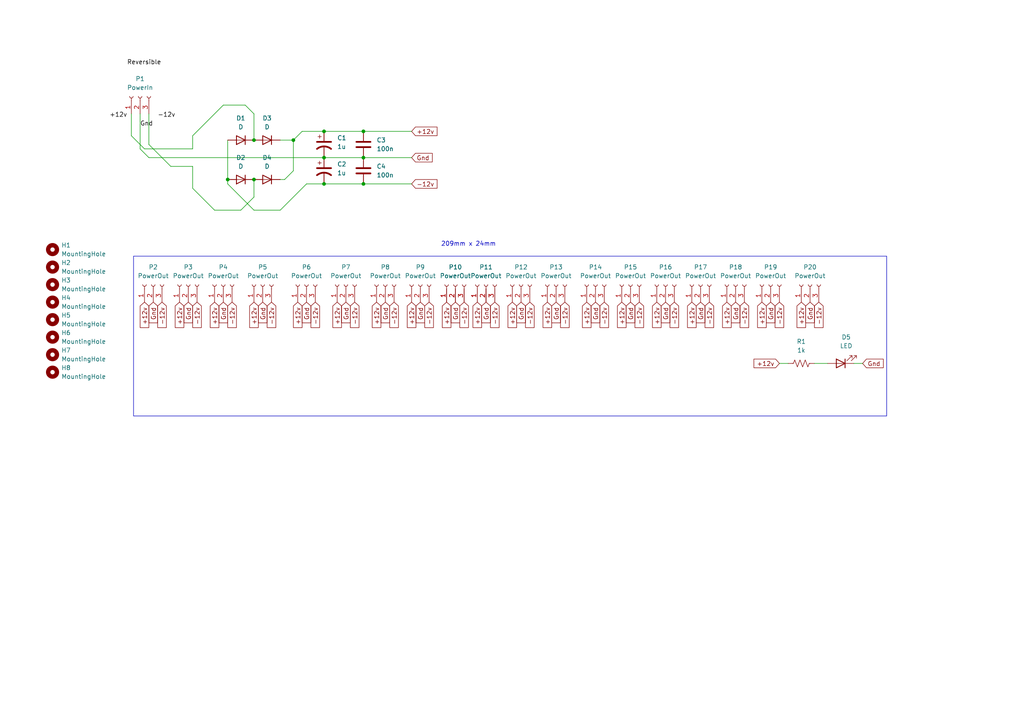
<source format=kicad_sch>
(kicad_sch
	(version 20231120)
	(generator "eeschema")
	(generator_version "8.0")
	(uuid "6d4bee3a-cac5-430a-9cfe-0d96d7805147")
	(paper "A4")
	(lib_symbols
		(symbol "Connector:Conn_01x03_Socket"
			(pin_names
				(offset 1.016) hide)
			(exclude_from_sim no)
			(in_bom yes)
			(on_board yes)
			(property "Reference" "J"
				(at 0 5.08 0)
				(effects
					(font
						(size 1.27 1.27)
					)
				)
			)
			(property "Value" "Conn_01x03_Socket"
				(at 0 -5.08 0)
				(effects
					(font
						(size 1.27 1.27)
					)
				)
			)
			(property "Footprint" ""
				(at 0 0 0)
				(effects
					(font
						(size 1.27 1.27)
					)
					(hide yes)
				)
			)
			(property "Datasheet" "~"
				(at 0 0 0)
				(effects
					(font
						(size 1.27 1.27)
					)
					(hide yes)
				)
			)
			(property "Description" "Generic connector, single row, 01x03, script generated"
				(at 0 0 0)
				(effects
					(font
						(size 1.27 1.27)
					)
					(hide yes)
				)
			)
			(property "ki_locked" ""
				(at 0 0 0)
				(effects
					(font
						(size 1.27 1.27)
					)
				)
			)
			(property "ki_keywords" "connector"
				(at 0 0 0)
				(effects
					(font
						(size 1.27 1.27)
					)
					(hide yes)
				)
			)
			(property "ki_fp_filters" "Connector*:*_1x??_*"
				(at 0 0 0)
				(effects
					(font
						(size 1.27 1.27)
					)
					(hide yes)
				)
			)
			(symbol "Conn_01x03_Socket_1_1"
				(arc
					(start 0 -2.032)
					(mid -0.5058 -2.54)
					(end 0 -3.048)
					(stroke
						(width 0.1524)
						(type default)
					)
					(fill
						(type none)
					)
				)
				(polyline
					(pts
						(xy -1.27 -2.54) (xy -0.508 -2.54)
					)
					(stroke
						(width 0.1524)
						(type default)
					)
					(fill
						(type none)
					)
				)
				(polyline
					(pts
						(xy -1.27 0) (xy -0.508 0)
					)
					(stroke
						(width 0.1524)
						(type default)
					)
					(fill
						(type none)
					)
				)
				(polyline
					(pts
						(xy -1.27 2.54) (xy -0.508 2.54)
					)
					(stroke
						(width 0.1524)
						(type default)
					)
					(fill
						(type none)
					)
				)
				(arc
					(start 0 0.508)
					(mid -0.5058 0)
					(end 0 -0.508)
					(stroke
						(width 0.1524)
						(type default)
					)
					(fill
						(type none)
					)
				)
				(arc
					(start 0 3.048)
					(mid -0.5058 2.54)
					(end 0 2.032)
					(stroke
						(width 0.1524)
						(type default)
					)
					(fill
						(type none)
					)
				)
				(pin passive line
					(at -5.08 2.54 0)
					(length 3.81)
					(name "Pin_1"
						(effects
							(font
								(size 1.27 1.27)
							)
						)
					)
					(number "1"
						(effects
							(font
								(size 1.27 1.27)
							)
						)
					)
				)
				(pin passive line
					(at -5.08 0 0)
					(length 3.81)
					(name "Pin_2"
						(effects
							(font
								(size 1.27 1.27)
							)
						)
					)
					(number "2"
						(effects
							(font
								(size 1.27 1.27)
							)
						)
					)
				)
				(pin passive line
					(at -5.08 -2.54 0)
					(length 3.81)
					(name "Pin_3"
						(effects
							(font
								(size 1.27 1.27)
							)
						)
					)
					(number "3"
						(effects
							(font
								(size 1.27 1.27)
							)
						)
					)
				)
			)
		)
		(symbol "Device:C"
			(pin_numbers hide)
			(pin_names
				(offset 0.254)
			)
			(exclude_from_sim no)
			(in_bom yes)
			(on_board yes)
			(property "Reference" "C"
				(at 0.635 2.54 0)
				(effects
					(font
						(size 1.27 1.27)
					)
					(justify left)
				)
			)
			(property "Value" "C"
				(at 0.635 -2.54 0)
				(effects
					(font
						(size 1.27 1.27)
					)
					(justify left)
				)
			)
			(property "Footprint" ""
				(at 0.9652 -3.81 0)
				(effects
					(font
						(size 1.27 1.27)
					)
					(hide yes)
				)
			)
			(property "Datasheet" "~"
				(at 0 0 0)
				(effects
					(font
						(size 1.27 1.27)
					)
					(hide yes)
				)
			)
			(property "Description" "Unpolarized capacitor"
				(at 0 0 0)
				(effects
					(font
						(size 1.27 1.27)
					)
					(hide yes)
				)
			)
			(property "ki_keywords" "cap capacitor"
				(at 0 0 0)
				(effects
					(font
						(size 1.27 1.27)
					)
					(hide yes)
				)
			)
			(property "ki_fp_filters" "C_*"
				(at 0 0 0)
				(effects
					(font
						(size 1.27 1.27)
					)
					(hide yes)
				)
			)
			(symbol "C_0_1"
				(polyline
					(pts
						(xy -2.032 -0.762) (xy 2.032 -0.762)
					)
					(stroke
						(width 0.508)
						(type default)
					)
					(fill
						(type none)
					)
				)
				(polyline
					(pts
						(xy -2.032 0.762) (xy 2.032 0.762)
					)
					(stroke
						(width 0.508)
						(type default)
					)
					(fill
						(type none)
					)
				)
			)
			(symbol "C_1_1"
				(pin passive line
					(at 0 3.81 270)
					(length 2.794)
					(name "~"
						(effects
							(font
								(size 1.27 1.27)
							)
						)
					)
					(number "1"
						(effects
							(font
								(size 1.27 1.27)
							)
						)
					)
				)
				(pin passive line
					(at 0 -3.81 90)
					(length 2.794)
					(name "~"
						(effects
							(font
								(size 1.27 1.27)
							)
						)
					)
					(number "2"
						(effects
							(font
								(size 1.27 1.27)
							)
						)
					)
				)
			)
		)
		(symbol "Device:C_Polarized_US"
			(pin_numbers hide)
			(pin_names
				(offset 0.254) hide)
			(exclude_from_sim no)
			(in_bom yes)
			(on_board yes)
			(property "Reference" "C"
				(at 0.635 2.54 0)
				(effects
					(font
						(size 1.27 1.27)
					)
					(justify left)
				)
			)
			(property "Value" "C_Polarized_US"
				(at 0.635 -2.54 0)
				(effects
					(font
						(size 1.27 1.27)
					)
					(justify left)
				)
			)
			(property "Footprint" ""
				(at 0 0 0)
				(effects
					(font
						(size 1.27 1.27)
					)
					(hide yes)
				)
			)
			(property "Datasheet" "~"
				(at 0 0 0)
				(effects
					(font
						(size 1.27 1.27)
					)
					(hide yes)
				)
			)
			(property "Description" "Polarized capacitor, US symbol"
				(at 0 0 0)
				(effects
					(font
						(size 1.27 1.27)
					)
					(hide yes)
				)
			)
			(property "ki_keywords" "cap capacitor"
				(at 0 0 0)
				(effects
					(font
						(size 1.27 1.27)
					)
					(hide yes)
				)
			)
			(property "ki_fp_filters" "CP_*"
				(at 0 0 0)
				(effects
					(font
						(size 1.27 1.27)
					)
					(hide yes)
				)
			)
			(symbol "C_Polarized_US_0_1"
				(polyline
					(pts
						(xy -2.032 0.762) (xy 2.032 0.762)
					)
					(stroke
						(width 0.508)
						(type default)
					)
					(fill
						(type none)
					)
				)
				(polyline
					(pts
						(xy -1.778 2.286) (xy -0.762 2.286)
					)
					(stroke
						(width 0)
						(type default)
					)
					(fill
						(type none)
					)
				)
				(polyline
					(pts
						(xy -1.27 1.778) (xy -1.27 2.794)
					)
					(stroke
						(width 0)
						(type default)
					)
					(fill
						(type none)
					)
				)
				(arc
					(start 2.032 -1.27)
					(mid 0 -0.5572)
					(end -2.032 -1.27)
					(stroke
						(width 0.508)
						(type default)
					)
					(fill
						(type none)
					)
				)
			)
			(symbol "C_Polarized_US_1_1"
				(pin passive line
					(at 0 3.81 270)
					(length 2.794)
					(name "~"
						(effects
							(font
								(size 1.27 1.27)
							)
						)
					)
					(number "1"
						(effects
							(font
								(size 1.27 1.27)
							)
						)
					)
				)
				(pin passive line
					(at 0 -3.81 90)
					(length 3.302)
					(name "~"
						(effects
							(font
								(size 1.27 1.27)
							)
						)
					)
					(number "2"
						(effects
							(font
								(size 1.27 1.27)
							)
						)
					)
				)
			)
		)
		(symbol "Device:D"
			(pin_numbers hide)
			(pin_names
				(offset 1.016) hide)
			(exclude_from_sim no)
			(in_bom yes)
			(on_board yes)
			(property "Reference" "D"
				(at 0 2.54 0)
				(effects
					(font
						(size 1.27 1.27)
					)
				)
			)
			(property "Value" "D"
				(at 0 -2.54 0)
				(effects
					(font
						(size 1.27 1.27)
					)
				)
			)
			(property "Footprint" ""
				(at 0 0 0)
				(effects
					(font
						(size 1.27 1.27)
					)
					(hide yes)
				)
			)
			(property "Datasheet" "~"
				(at 0 0 0)
				(effects
					(font
						(size 1.27 1.27)
					)
					(hide yes)
				)
			)
			(property "Description" "Diode"
				(at 0 0 0)
				(effects
					(font
						(size 1.27 1.27)
					)
					(hide yes)
				)
			)
			(property "Sim.Device" "D"
				(at 0 0 0)
				(effects
					(font
						(size 1.27 1.27)
					)
					(hide yes)
				)
			)
			(property "Sim.Pins" "1=K 2=A"
				(at 0 0 0)
				(effects
					(font
						(size 1.27 1.27)
					)
					(hide yes)
				)
			)
			(property "ki_keywords" "diode"
				(at 0 0 0)
				(effects
					(font
						(size 1.27 1.27)
					)
					(hide yes)
				)
			)
			(property "ki_fp_filters" "TO-???* *_Diode_* *SingleDiode* D_*"
				(at 0 0 0)
				(effects
					(font
						(size 1.27 1.27)
					)
					(hide yes)
				)
			)
			(symbol "D_0_1"
				(polyline
					(pts
						(xy -1.27 1.27) (xy -1.27 -1.27)
					)
					(stroke
						(width 0.254)
						(type default)
					)
					(fill
						(type none)
					)
				)
				(polyline
					(pts
						(xy 1.27 0) (xy -1.27 0)
					)
					(stroke
						(width 0)
						(type default)
					)
					(fill
						(type none)
					)
				)
				(polyline
					(pts
						(xy 1.27 1.27) (xy 1.27 -1.27) (xy -1.27 0) (xy 1.27 1.27)
					)
					(stroke
						(width 0.254)
						(type default)
					)
					(fill
						(type none)
					)
				)
			)
			(symbol "D_1_1"
				(pin passive line
					(at -3.81 0 0)
					(length 2.54)
					(name "K"
						(effects
							(font
								(size 1.27 1.27)
							)
						)
					)
					(number "1"
						(effects
							(font
								(size 1.27 1.27)
							)
						)
					)
				)
				(pin passive line
					(at 3.81 0 180)
					(length 2.54)
					(name "A"
						(effects
							(font
								(size 1.27 1.27)
							)
						)
					)
					(number "2"
						(effects
							(font
								(size 1.27 1.27)
							)
						)
					)
				)
			)
		)
		(symbol "Device:LED"
			(pin_numbers hide)
			(pin_names
				(offset 1.016) hide)
			(exclude_from_sim no)
			(in_bom yes)
			(on_board yes)
			(property "Reference" "D"
				(at 0 2.54 0)
				(effects
					(font
						(size 1.27 1.27)
					)
				)
			)
			(property "Value" "LED"
				(at 0 -2.54 0)
				(effects
					(font
						(size 1.27 1.27)
					)
				)
			)
			(property "Footprint" ""
				(at 0 0 0)
				(effects
					(font
						(size 1.27 1.27)
					)
					(hide yes)
				)
			)
			(property "Datasheet" "~"
				(at 0 0 0)
				(effects
					(font
						(size 1.27 1.27)
					)
					(hide yes)
				)
			)
			(property "Description" "Light emitting diode"
				(at 0 0 0)
				(effects
					(font
						(size 1.27 1.27)
					)
					(hide yes)
				)
			)
			(property "ki_keywords" "LED diode"
				(at 0 0 0)
				(effects
					(font
						(size 1.27 1.27)
					)
					(hide yes)
				)
			)
			(property "ki_fp_filters" "LED* LED_SMD:* LED_THT:*"
				(at 0 0 0)
				(effects
					(font
						(size 1.27 1.27)
					)
					(hide yes)
				)
			)
			(symbol "LED_0_1"
				(polyline
					(pts
						(xy -1.27 -1.27) (xy -1.27 1.27)
					)
					(stroke
						(width 0.254)
						(type default)
					)
					(fill
						(type none)
					)
				)
				(polyline
					(pts
						(xy -1.27 0) (xy 1.27 0)
					)
					(stroke
						(width 0)
						(type default)
					)
					(fill
						(type none)
					)
				)
				(polyline
					(pts
						(xy 1.27 -1.27) (xy 1.27 1.27) (xy -1.27 0) (xy 1.27 -1.27)
					)
					(stroke
						(width 0.254)
						(type default)
					)
					(fill
						(type none)
					)
				)
				(polyline
					(pts
						(xy -3.048 -0.762) (xy -4.572 -2.286) (xy -3.81 -2.286) (xy -4.572 -2.286) (xy -4.572 -1.524)
					)
					(stroke
						(width 0)
						(type default)
					)
					(fill
						(type none)
					)
				)
				(polyline
					(pts
						(xy -1.778 -0.762) (xy -3.302 -2.286) (xy -2.54 -2.286) (xy -3.302 -2.286) (xy -3.302 -1.524)
					)
					(stroke
						(width 0)
						(type default)
					)
					(fill
						(type none)
					)
				)
			)
			(symbol "LED_1_1"
				(pin passive line
					(at -3.81 0 0)
					(length 2.54)
					(name "K"
						(effects
							(font
								(size 1.27 1.27)
							)
						)
					)
					(number "1"
						(effects
							(font
								(size 1.27 1.27)
							)
						)
					)
				)
				(pin passive line
					(at 3.81 0 180)
					(length 2.54)
					(name "A"
						(effects
							(font
								(size 1.27 1.27)
							)
						)
					)
					(number "2"
						(effects
							(font
								(size 1.27 1.27)
							)
						)
					)
				)
			)
		)
		(symbol "Device:R_US"
			(pin_numbers hide)
			(pin_names
				(offset 0)
			)
			(exclude_from_sim no)
			(in_bom yes)
			(on_board yes)
			(property "Reference" "R"
				(at 2.54 0 90)
				(effects
					(font
						(size 1.27 1.27)
					)
				)
			)
			(property "Value" "R_US"
				(at -2.54 0 90)
				(effects
					(font
						(size 1.27 1.27)
					)
				)
			)
			(property "Footprint" ""
				(at 1.016 -0.254 90)
				(effects
					(font
						(size 1.27 1.27)
					)
					(hide yes)
				)
			)
			(property "Datasheet" "~"
				(at 0 0 0)
				(effects
					(font
						(size 1.27 1.27)
					)
					(hide yes)
				)
			)
			(property "Description" "Resistor, US symbol"
				(at 0 0 0)
				(effects
					(font
						(size 1.27 1.27)
					)
					(hide yes)
				)
			)
			(property "ki_keywords" "R res resistor"
				(at 0 0 0)
				(effects
					(font
						(size 1.27 1.27)
					)
					(hide yes)
				)
			)
			(property "ki_fp_filters" "R_*"
				(at 0 0 0)
				(effects
					(font
						(size 1.27 1.27)
					)
					(hide yes)
				)
			)
			(symbol "R_US_0_1"
				(polyline
					(pts
						(xy 0 -2.286) (xy 0 -2.54)
					)
					(stroke
						(width 0)
						(type default)
					)
					(fill
						(type none)
					)
				)
				(polyline
					(pts
						(xy 0 2.286) (xy 0 2.54)
					)
					(stroke
						(width 0)
						(type default)
					)
					(fill
						(type none)
					)
				)
				(polyline
					(pts
						(xy 0 -0.762) (xy 1.016 -1.143) (xy 0 -1.524) (xy -1.016 -1.905) (xy 0 -2.286)
					)
					(stroke
						(width 0)
						(type default)
					)
					(fill
						(type none)
					)
				)
				(polyline
					(pts
						(xy 0 0.762) (xy 1.016 0.381) (xy 0 0) (xy -1.016 -0.381) (xy 0 -0.762)
					)
					(stroke
						(width 0)
						(type default)
					)
					(fill
						(type none)
					)
				)
				(polyline
					(pts
						(xy 0 2.286) (xy 1.016 1.905) (xy 0 1.524) (xy -1.016 1.143) (xy 0 0.762)
					)
					(stroke
						(width 0)
						(type default)
					)
					(fill
						(type none)
					)
				)
			)
			(symbol "R_US_1_1"
				(pin passive line
					(at 0 3.81 270)
					(length 1.27)
					(name "~"
						(effects
							(font
								(size 1.27 1.27)
							)
						)
					)
					(number "1"
						(effects
							(font
								(size 1.27 1.27)
							)
						)
					)
				)
				(pin passive line
					(at 0 -3.81 90)
					(length 1.27)
					(name "~"
						(effects
							(font
								(size 1.27 1.27)
							)
						)
					)
					(number "2"
						(effects
							(font
								(size 1.27 1.27)
							)
						)
					)
				)
			)
		)
		(symbol "Mechanical:MountingHole"
			(pin_names
				(offset 1.016)
			)
			(exclude_from_sim no)
			(in_bom yes)
			(on_board yes)
			(property "Reference" "H"
				(at 0 5.08 0)
				(effects
					(font
						(size 1.27 1.27)
					)
				)
			)
			(property "Value" "MountingHole"
				(at 0 3.175 0)
				(effects
					(font
						(size 1.27 1.27)
					)
				)
			)
			(property "Footprint" ""
				(at 0 0 0)
				(effects
					(font
						(size 1.27 1.27)
					)
					(hide yes)
				)
			)
			(property "Datasheet" "~"
				(at 0 0 0)
				(effects
					(font
						(size 1.27 1.27)
					)
					(hide yes)
				)
			)
			(property "Description" "Mounting Hole without connection"
				(at 0 0 0)
				(effects
					(font
						(size 1.27 1.27)
					)
					(hide yes)
				)
			)
			(property "ki_keywords" "mounting hole"
				(at 0 0 0)
				(effects
					(font
						(size 1.27 1.27)
					)
					(hide yes)
				)
			)
			(property "ki_fp_filters" "MountingHole*"
				(at 0 0 0)
				(effects
					(font
						(size 1.27 1.27)
					)
					(hide yes)
				)
			)
			(symbol "MountingHole_0_1"
				(circle
					(center 0 0)
					(radius 1.27)
					(stroke
						(width 1.27)
						(type default)
					)
					(fill
						(type none)
					)
				)
			)
		)
	)
	(junction
		(at 105.41 45.72)
		(diameter 0)
		(color 0 0 0 0)
		(uuid "15b674f5-ff26-4c9a-a895-054f9ae15256")
	)
	(junction
		(at 93.98 38.1)
		(diameter 0)
		(color 0 0 0 0)
		(uuid "304ccb56-0473-48ec-b934-36597de239e8")
	)
	(junction
		(at 73.66 52.07)
		(diameter 0)
		(color 0 0 0 0)
		(uuid "436bd2c0-2d5e-4207-8ab4-d0a0d5660ebc")
	)
	(junction
		(at 73.66 40.64)
		(diameter 0)
		(color 0 0 0 0)
		(uuid "81510c2f-3ebf-4c82-b645-5f44ff0e7503")
	)
	(junction
		(at 105.41 38.1)
		(diameter 0)
		(color 0 0 0 0)
		(uuid "99a4af27-f302-4633-ab12-26412151616a")
	)
	(junction
		(at 66.04 52.07)
		(diameter 0)
		(color 0 0 0 0)
		(uuid "d816fd76-f2bd-4b50-b787-157ac864a248")
	)
	(junction
		(at 105.41 53.34)
		(diameter 0)
		(color 0 0 0 0)
		(uuid "dbe348d9-86c2-40ac-9655-e13ffc1bf1c6")
	)
	(junction
		(at 93.98 53.34)
		(diameter 0)
		(color 0 0 0 0)
		(uuid "e5f66d7b-0061-4c61-a0da-d95bdf65e7d2")
	)
	(junction
		(at 93.98 45.72)
		(diameter 0)
		(color 0 0 0 0)
		(uuid "e735878c-684e-41b8-83b1-38d400ba152e")
	)
	(junction
		(at 85.09 40.64)
		(diameter 0)
		(color 0 0 0 0)
		(uuid "e9ee80ba-dcb3-4315-917a-70084bb83d52")
	)
	(wire
		(pts
			(xy 85.09 40.64) (xy 85.09 49.53)
		)
		(stroke
			(width 0)
			(type default)
		)
		(uuid "03e7f9b0-c819-434e-8714-3123bd19732b")
	)
	(wire
		(pts
			(xy 66.04 53.34) (xy 73.66 60.96)
		)
		(stroke
			(width 0)
			(type default)
		)
		(uuid "1da2cdee-219d-438c-b2ab-d99d1ce1cacd")
	)
	(wire
		(pts
			(xy 73.66 60.96) (xy 81.28 60.96)
		)
		(stroke
			(width 0)
			(type default)
		)
		(uuid "2af5fb50-bd03-463f-b628-b1f2853b0f22")
	)
	(wire
		(pts
			(xy 73.66 33.02) (xy 71.12 30.48)
		)
		(stroke
			(width 0)
			(type default)
		)
		(uuid "36c523f9-e0c5-4895-b672-ac0f2771a67c")
	)
	(wire
		(pts
			(xy 81.28 52.07) (xy 82.55 52.07)
		)
		(stroke
			(width 0)
			(type default)
		)
		(uuid "3ac5e049-57f1-4118-b4ea-7fbd1d875a21")
	)
	(wire
		(pts
			(xy 226.06 105.41) (xy 228.6 105.41)
		)
		(stroke
			(width 0)
			(type default)
		)
		(uuid "4a02b6a5-e647-47c8-bd02-766170b4aa36")
	)
	(wire
		(pts
			(xy 38.1 33.02) (xy 38.1 39.37)
		)
		(stroke
			(width 0)
			(type default)
		)
		(uuid "4c1347e9-d686-427f-bda0-0ba235b39edd")
	)
	(wire
		(pts
			(xy 38.1 39.37) (xy 41.91 43.18)
		)
		(stroke
			(width 0)
			(type default)
		)
		(uuid "55a31731-637e-4072-8904-d3fa94501fc5")
	)
	(wire
		(pts
			(xy 81.28 40.64) (xy 85.09 40.64)
		)
		(stroke
			(width 0)
			(type default)
		)
		(uuid "59fb0f56-f879-4aa8-9eed-048cf64125b2")
	)
	(wire
		(pts
			(xy 62.23 60.96) (xy 69.85 60.96)
		)
		(stroke
			(width 0)
			(type default)
		)
		(uuid "628c116d-d6ca-43f9-8fe8-e8f63d7abdb5")
	)
	(wire
		(pts
			(xy 119.38 38.1) (xy 105.41 38.1)
		)
		(stroke
			(width 0)
			(type default)
		)
		(uuid "697164c7-878b-4d9e-9620-8598eae4a046")
	)
	(wire
		(pts
			(xy 105.41 45.72) (xy 119.38 45.72)
		)
		(stroke
			(width 0)
			(type default)
		)
		(uuid "6a0bae0b-b281-4b87-9c9c-7b6c1b7206e2")
	)
	(wire
		(pts
			(xy 93.98 45.72) (xy 105.41 45.72)
		)
		(stroke
			(width 0)
			(type default)
		)
		(uuid "6c7d634a-9fb5-411b-be3a-ead7952afe73")
	)
	(wire
		(pts
			(xy 66.04 40.64) (xy 66.04 52.07)
		)
		(stroke
			(width 0)
			(type default)
		)
		(uuid "72a443ed-694e-40f8-8e28-07c90e460afb")
	)
	(wire
		(pts
			(xy 55.88 39.37) (xy 55.88 43.18)
		)
		(stroke
			(width 0)
			(type default)
		)
		(uuid "72ce5f97-2200-4981-b499-94b5800f512b")
	)
	(wire
		(pts
			(xy 105.41 53.34) (xy 119.38 53.34)
		)
		(stroke
			(width 0)
			(type default)
		)
		(uuid "80b3e2f4-3977-426c-b5fe-8442bde62857")
	)
	(wire
		(pts
			(xy 73.66 52.07) (xy 73.66 57.15)
		)
		(stroke
			(width 0)
			(type default)
		)
		(uuid "8b0a1c5e-2f4c-448d-8cf5-591ed07a4dee")
	)
	(wire
		(pts
			(xy 73.66 40.64) (xy 73.66 33.02)
		)
		(stroke
			(width 0)
			(type default)
		)
		(uuid "8faf0f5b-506b-4b03-8e2f-65ce703ccce1")
	)
	(wire
		(pts
			(xy 49.53 48.26) (xy 55.88 48.26)
		)
		(stroke
			(width 0)
			(type default)
		)
		(uuid "8fdb7bf0-7c36-47aa-8dc9-31ee6bcbb5d1")
	)
	(wire
		(pts
			(xy 40.64 43.18) (xy 43.18 45.72)
		)
		(stroke
			(width 0)
			(type default)
		)
		(uuid "9814b3d9-777d-4e37-8f5c-1c00379ddc2b")
	)
	(wire
		(pts
			(xy 55.88 54.61) (xy 62.23 60.96)
		)
		(stroke
			(width 0)
			(type default)
		)
		(uuid "a2ed9693-f601-4e47-9673-06cb2ee5b445")
	)
	(wire
		(pts
			(xy 55.88 48.26) (xy 55.88 54.61)
		)
		(stroke
			(width 0)
			(type default)
		)
		(uuid "a34e76c6-1a56-40c6-bf9c-ae556a780c0b")
	)
	(wire
		(pts
			(xy 41.91 43.18) (xy 55.88 43.18)
		)
		(stroke
			(width 0)
			(type default)
		)
		(uuid "a8062a56-10a9-4b17-b796-e6c1a192963d")
	)
	(wire
		(pts
			(xy 247.65 105.41) (xy 250.19 105.41)
		)
		(stroke
			(width 0)
			(type default)
		)
		(uuid "ace74bd6-88bf-4973-9b0c-c7c0c119af8c")
	)
	(wire
		(pts
			(xy 43.18 41.91) (xy 49.53 48.26)
		)
		(stroke
			(width 0)
			(type default)
		)
		(uuid "afdc9e39-d042-431a-a4da-8463da9e4872")
	)
	(wire
		(pts
			(xy 55.88 39.37) (xy 64.77 30.48)
		)
		(stroke
			(width 0)
			(type default)
		)
		(uuid "b11f73c1-b610-46d5-91b3-1129bccba75b")
	)
	(wire
		(pts
			(xy 71.12 30.48) (xy 64.77 30.48)
		)
		(stroke
			(width 0)
			(type default)
		)
		(uuid "c3503507-c716-40ad-8fd3-0d4332303262")
	)
	(wire
		(pts
			(xy 93.98 53.34) (xy 105.41 53.34)
		)
		(stroke
			(width 0)
			(type default)
		)
		(uuid "c459e302-cd29-40d5-99d9-ae3a000f68c2")
	)
	(wire
		(pts
			(xy 93.98 38.1) (xy 87.63 38.1)
		)
		(stroke
			(width 0)
			(type default)
		)
		(uuid "d031786c-fe4b-4cb2-9445-6cc607e4b259")
	)
	(wire
		(pts
			(xy 43.18 33.02) (xy 43.18 41.91)
		)
		(stroke
			(width 0)
			(type default)
		)
		(uuid "d5b32f5d-1916-4ce8-ad6d-b19486ac362e")
	)
	(wire
		(pts
			(xy 87.63 38.1) (xy 85.09 40.64)
		)
		(stroke
			(width 0)
			(type default)
		)
		(uuid "da8f5fbd-791e-4a0f-b0e0-d80957b59538")
	)
	(wire
		(pts
			(xy 43.18 45.72) (xy 93.98 45.72)
		)
		(stroke
			(width 0)
			(type default)
		)
		(uuid "dd6c7e11-e60e-471f-9fb8-e2056446bd78")
	)
	(wire
		(pts
			(xy 66.04 52.07) (xy 66.04 53.34)
		)
		(stroke
			(width 0)
			(type default)
		)
		(uuid "df0716bf-80fa-48d6-a143-bb4243d5121c")
	)
	(wire
		(pts
			(xy 236.22 105.41) (xy 240.03 105.41)
		)
		(stroke
			(width 0)
			(type default)
		)
		(uuid "e0283cff-b504-43b4-8cff-784accd69845")
	)
	(wire
		(pts
			(xy 69.85 60.96) (xy 73.66 57.15)
		)
		(stroke
			(width 0)
			(type default)
		)
		(uuid "eeb3e2f2-1e77-4414-bbef-71c8cdf56330")
	)
	(wire
		(pts
			(xy 88.9 53.34) (xy 93.98 53.34)
		)
		(stroke
			(width 0)
			(type default)
		)
		(uuid "f8fcd945-a85a-4125-a1e9-12865dbe9dae")
	)
	(wire
		(pts
			(xy 81.28 60.96) (xy 88.9 53.34)
		)
		(stroke
			(width 0)
			(type default)
		)
		(uuid "fa6097b0-9ad7-4898-808b-4bdf65d6bb27")
	)
	(wire
		(pts
			(xy 82.55 52.07) (xy 85.09 49.53)
		)
		(stroke
			(width 0)
			(type default)
		)
		(uuid "fae2bcb4-7808-4ee4-bcac-dabf85fb3eac")
	)
	(wire
		(pts
			(xy 40.64 33.02) (xy 40.64 43.18)
		)
		(stroke
			(width 0)
			(type default)
		)
		(uuid "fbf5f206-7035-4e8c-b00f-ae81ddeaf2d4")
	)
	(wire
		(pts
			(xy 105.41 38.1) (xy 93.98 38.1)
		)
		(stroke
			(width 0)
			(type default)
		)
		(uuid "fbf8b19d-1476-423d-a904-96fda94561b1")
	)
	(rectangle
		(start 38.735 74.295)
		(end 257.175 120.65)
		(stroke
			(width 0)
			(type default)
		)
		(fill
			(type none)
		)
		(uuid 224ddc05-9bcd-44b5-86a9-c83f0231d404)
	)
	(text "209mm x 24mm"
		(exclude_from_sim no)
		(at 135.89 70.866 0)
		(effects
			(font
				(size 1.27 1.27)
			)
		)
		(uuid "4431945e-1441-4307-b99d-293dbed127a1")
	)
	(label "Gnd"
		(at 40.64 36.83 0)
		(fields_autoplaced yes)
		(effects
			(font
				(size 1.27 1.27)
			)
			(justify left bottom)
		)
		(uuid "1f14ad33-ea5f-44e4-baea-50ef21360eb9")
	)
	(label "+12v"
		(at 31.75 34.29 0)
		(fields_autoplaced yes)
		(effects
			(font
				(size 1.27 1.27)
			)
			(justify left bottom)
		)
		(uuid "74f9e6c1-643c-45a4-bf70-df3414221cd3")
	)
	(label "-12v"
		(at 45.72 34.29 0)
		(fields_autoplaced yes)
		(effects
			(font
				(size 1.27 1.27)
			)
			(justify left bottom)
		)
		(uuid "b467cf75-31e2-4ba6-8a83-949a7b235674")
	)
	(label "Reversible"
		(at 36.83 19.05 0)
		(fields_autoplaced yes)
		(effects
			(font
				(size 1.27 1.27)
			)
			(justify left bottom)
		)
		(uuid "eed82d62-d8c5-4001-b4e9-fcdeb94dd702")
	)
	(global_label "Gnd"
		(shape input)
		(at 121.92 87.63 270)
		(fields_autoplaced yes)
		(effects
			(font
				(size 1.27 1.27)
			)
			(justify right)
		)
		(uuid "0007ce2b-1df4-4305-8030-c56aab54041b")
		(property "Intersheetrefs" "${INTERSHEET_REFS}"
			(at 121.92 94.1832 90)
			(effects
				(font
					(size 1.27 1.27)
				)
				(justify right)
				(hide yes)
			)
		)
	)
	(global_label "Gnd"
		(shape input)
		(at 151.13 87.63 270)
		(fields_autoplaced yes)
		(effects
			(font
				(size 1.27 1.27)
			)
			(justify right)
		)
		(uuid "15ffda15-1adc-441b-a435-675bcf52003d")
		(property "Intersheetrefs" "${INTERSHEET_REFS}"
			(at 151.13 94.1832 90)
			(effects
				(font
					(size 1.27 1.27)
				)
				(justify right)
				(hide yes)
			)
		)
	)
	(global_label "Gnd"
		(shape input)
		(at 111.76 87.63 270)
		(fields_autoplaced yes)
		(effects
			(font
				(size 1.27 1.27)
			)
			(justify right)
		)
		(uuid "171d3d09-5d37-4a66-82d8-8b165427352a")
		(property "Intersheetrefs" "${INTERSHEET_REFS}"
			(at 111.76 94.1832 90)
			(effects
				(font
					(size 1.27 1.27)
				)
				(justify right)
				(hide yes)
			)
		)
	)
	(global_label "+12v"
		(shape input)
		(at 62.23 87.63 270)
		(fields_autoplaced yes)
		(effects
			(font
				(size 1.27 1.27)
			)
			(justify right)
		)
		(uuid "1a0688d0-6ff2-4a33-9fcd-91cf3c70b65a")
		(property "Intersheetrefs" "${INTERSHEET_REFS}"
			(at 62.23 95.5742 90)
			(effects
				(font
					(size 1.27 1.27)
				)
				(justify right)
				(hide yes)
			)
		)
	)
	(global_label "+12v"
		(shape input)
		(at 158.75 87.63 270)
		(fields_autoplaced yes)
		(effects
			(font
				(size 1.27 1.27)
			)
			(justify right)
		)
		(uuid "1a0e537b-c340-4acf-a525-1bf0caa440d5")
		(property "Intersheetrefs" "${INTERSHEET_REFS}"
			(at 158.75 95.5742 90)
			(effects
				(font
					(size 1.27 1.27)
				)
				(justify right)
				(hide yes)
			)
		)
	)
	(global_label "-12v"
		(shape input)
		(at 67.31 87.63 270)
		(fields_autoplaced yes)
		(effects
			(font
				(size 1.27 1.27)
			)
			(justify right)
		)
		(uuid "1cb6ea5a-50c9-40ea-9a36-294b4c42df71")
		(property "Intersheetrefs" "${INTERSHEET_REFS}"
			(at 67.31 95.5742 90)
			(effects
				(font
					(size 1.27 1.27)
				)
				(justify right)
				(hide yes)
			)
		)
	)
	(global_label "Gnd"
		(shape input)
		(at 193.04 87.63 270)
		(fields_autoplaced yes)
		(effects
			(font
				(size 1.27 1.27)
			)
			(justify right)
		)
		(uuid "1d4f7614-a92a-4312-b2e9-851b26fb4898")
		(property "Intersheetrefs" "${INTERSHEET_REFS}"
			(at 193.04 94.1832 90)
			(effects
				(font
					(size 1.27 1.27)
				)
				(justify right)
				(hide yes)
			)
		)
	)
	(global_label "Gnd"
		(shape input)
		(at 172.72 87.63 270)
		(fields_autoplaced yes)
		(effects
			(font
				(size 1.27 1.27)
			)
			(justify right)
		)
		(uuid "201e0003-a7ec-40c9-b29f-e7c440fc8fe6")
		(property "Intersheetrefs" "${INTERSHEET_REFS}"
			(at 172.72 94.1832 90)
			(effects
				(font
					(size 1.27 1.27)
				)
				(justify right)
				(hide yes)
			)
		)
	)
	(global_label "Gnd"
		(shape input)
		(at 223.52 87.63 270)
		(fields_autoplaced yes)
		(effects
			(font
				(size 1.27 1.27)
			)
			(justify right)
		)
		(uuid "23a9fbb7-974a-4b44-962b-fe7491298d48")
		(property "Intersheetrefs" "${INTERSHEET_REFS}"
			(at 223.52 94.1832 90)
			(effects
				(font
					(size 1.27 1.27)
				)
				(justify right)
				(hide yes)
			)
		)
	)
	(global_label "Gnd"
		(shape input)
		(at 250.19 105.41 0)
		(fields_autoplaced yes)
		(effects
			(font
				(size 1.27 1.27)
			)
			(justify left)
		)
		(uuid "24d541c9-37a1-473b-9afb-8cf9032e6efc")
		(property "Intersheetrefs" "${INTERSHEET_REFS}"
			(at 256.7432 105.41 0)
			(effects
				(font
					(size 1.27 1.27)
				)
				(justify left)
				(hide yes)
			)
		)
	)
	(global_label "Gnd"
		(shape input)
		(at 132.08 87.63 270)
		(fields_autoplaced yes)
		(effects
			(font
				(size 1.27 1.27)
			)
			(justify right)
		)
		(uuid "25ac783c-0947-420e-b487-52da1ee19c57")
		(property "Intersheetrefs" "${INTERSHEET_REFS}"
			(at 132.08 94.1832 90)
			(effects
				(font
					(size 1.27 1.27)
				)
				(justify right)
				(hide yes)
			)
		)
	)
	(global_label "+12v"
		(shape input)
		(at 148.59 87.63 270)
		(fields_autoplaced yes)
		(effects
			(font
				(size 1.27 1.27)
			)
			(justify right)
		)
		(uuid "27a14ddd-9182-4d58-9746-7748c81030ed")
		(property "Intersheetrefs" "${INTERSHEET_REFS}"
			(at 148.59 95.5742 90)
			(effects
				(font
					(size 1.27 1.27)
				)
				(justify right)
				(hide yes)
			)
		)
	)
	(global_label "+12v"
		(shape input)
		(at 97.79 87.63 270)
		(fields_autoplaced yes)
		(effects
			(font
				(size 1.27 1.27)
			)
			(justify right)
		)
		(uuid "28863060-2c05-44ea-bab3-1d978fd9fae1")
		(property "Intersheetrefs" "${INTERSHEET_REFS}"
			(at 97.79 95.5742 90)
			(effects
				(font
					(size 1.27 1.27)
				)
				(justify right)
				(hide yes)
			)
		)
	)
	(global_label "-12v"
		(shape input)
		(at 78.74 87.63 270)
		(fields_autoplaced yes)
		(effects
			(font
				(size 1.27 1.27)
			)
			(justify right)
		)
		(uuid "2a3e506c-bf68-4d0b-bab6-667bde018117")
		(property "Intersheetrefs" "${INTERSHEET_REFS}"
			(at 78.74 95.5742 90)
			(effects
				(font
					(size 1.27 1.27)
				)
				(justify right)
				(hide yes)
			)
		)
	)
	(global_label "+12v"
		(shape input)
		(at 232.41 87.63 270)
		(fields_autoplaced yes)
		(effects
			(font
				(size 1.27 1.27)
			)
			(justify right)
		)
		(uuid "2b304eb0-9da4-427e-a1f8-b5d582385e7e")
		(property "Intersheetrefs" "${INTERSHEET_REFS}"
			(at 232.41 95.5742 90)
			(effects
				(font
					(size 1.27 1.27)
				)
				(justify right)
				(hide yes)
			)
		)
	)
	(global_label "-12v"
		(shape input)
		(at 57.15 87.63 270)
		(fields_autoplaced yes)
		(effects
			(font
				(size 1.27 1.27)
			)
			(justify right)
		)
		(uuid "2c798549-f96a-4301-820b-da30f7082b2d")
		(property "Intersheetrefs" "${INTERSHEET_REFS}"
			(at 57.15 95.5742 90)
			(effects
				(font
					(size 1.27 1.27)
				)
				(justify right)
				(hide yes)
			)
		)
	)
	(global_label "+12v"
		(shape input)
		(at 220.98 87.63 270)
		(fields_autoplaced yes)
		(effects
			(font
				(size 1.27 1.27)
			)
			(justify right)
		)
		(uuid "34d3f928-c3c6-4a0a-8385-6f349171b55f")
		(property "Intersheetrefs" "${INTERSHEET_REFS}"
			(at 220.98 95.5742 90)
			(effects
				(font
					(size 1.27 1.27)
				)
				(justify right)
				(hide yes)
			)
		)
	)
	(global_label "-12v"
		(shape input)
		(at 226.06 87.63 270)
		(fields_autoplaced yes)
		(effects
			(font
				(size 1.27 1.27)
			)
			(justify right)
		)
		(uuid "3731ffce-0392-4392-a814-9a25d7709dc8")
		(property "Intersheetrefs" "${INTERSHEET_REFS}"
			(at 226.06 95.5742 90)
			(effects
				(font
					(size 1.27 1.27)
				)
				(justify right)
				(hide yes)
			)
		)
	)
	(global_label "Gnd"
		(shape input)
		(at 64.77 87.63 270)
		(fields_autoplaced yes)
		(effects
			(font
				(size 1.27 1.27)
			)
			(justify right)
		)
		(uuid "3a35f400-f245-4548-8128-fd96041d725f")
		(property "Intersheetrefs" "${INTERSHEET_REFS}"
			(at 64.77 94.1832 90)
			(effects
				(font
					(size 1.27 1.27)
				)
				(justify right)
				(hide yes)
			)
		)
	)
	(global_label "-12v"
		(shape input)
		(at 205.74 87.63 270)
		(fields_autoplaced yes)
		(effects
			(font
				(size 1.27 1.27)
			)
			(justify right)
		)
		(uuid "3e5bd8d2-538f-45d6-8d26-cfc404eaf3e1")
		(property "Intersheetrefs" "${INTERSHEET_REFS}"
			(at 205.74 95.5742 90)
			(effects
				(font
					(size 1.27 1.27)
				)
				(justify right)
				(hide yes)
			)
		)
	)
	(global_label "-12v"
		(shape input)
		(at 163.83 87.63 270)
		(fields_autoplaced yes)
		(effects
			(font
				(size 1.27 1.27)
			)
			(justify right)
		)
		(uuid "403c1b37-4669-4188-a82d-c0c1554cbfa9")
		(property "Intersheetrefs" "${INTERSHEET_REFS}"
			(at 163.83 95.5742 90)
			(effects
				(font
					(size 1.27 1.27)
				)
				(justify right)
				(hide yes)
			)
		)
	)
	(global_label "Gnd"
		(shape input)
		(at 234.95 87.63 270)
		(fields_autoplaced yes)
		(effects
			(font
				(size 1.27 1.27)
			)
			(justify right)
		)
		(uuid "4053ed05-8d33-48b8-8ad7-61aa18cc4d46")
		(property "Intersheetrefs" "${INTERSHEET_REFS}"
			(at 234.95 94.1832 90)
			(effects
				(font
					(size 1.27 1.27)
				)
				(justify right)
				(hide yes)
			)
		)
	)
	(global_label "-12v"
		(shape input)
		(at 134.62 87.63 270)
		(fields_autoplaced yes)
		(effects
			(font
				(size 1.27 1.27)
			)
			(justify right)
		)
		(uuid "4058d4db-cdb4-4572-a394-6da9e9ddc73a")
		(property "Intersheetrefs" "${INTERSHEET_REFS}"
			(at 134.62 95.5742 90)
			(effects
				(font
					(size 1.27 1.27)
				)
				(justify right)
				(hide yes)
			)
		)
	)
	(global_label "-12v"
		(shape input)
		(at 175.26 87.63 270)
		(fields_autoplaced yes)
		(effects
			(font
				(size 1.27 1.27)
			)
			(justify right)
		)
		(uuid "47c8dcc6-454c-46f5-9331-bfceb2d79ba6")
		(property "Intersheetrefs" "${INTERSHEET_REFS}"
			(at 175.26 95.5742 90)
			(effects
				(font
					(size 1.27 1.27)
				)
				(justify right)
				(hide yes)
			)
		)
	)
	(global_label "+12v"
		(shape input)
		(at 138.43 87.63 270)
		(fields_autoplaced yes)
		(effects
			(font
				(size 1.27 1.27)
			)
			(justify right)
		)
		(uuid "4f9cf0c1-c033-4c32-868e-952e4e023fe4")
		(property "Intersheetrefs" "${INTERSHEET_REFS}"
			(at 138.43 95.5742 90)
			(effects
				(font
					(size 1.27 1.27)
				)
				(justify right)
				(hide yes)
			)
		)
	)
	(global_label "Gnd"
		(shape input)
		(at 88.9 87.63 270)
		(fields_autoplaced yes)
		(effects
			(font
				(size 1.27 1.27)
			)
			(justify right)
		)
		(uuid "58785eb0-611c-44eb-932b-aab2dbd8f1c1")
		(property "Intersheetrefs" "${INTERSHEET_REFS}"
			(at 88.9 94.1832 90)
			(effects
				(font
					(size 1.27 1.27)
				)
				(justify right)
				(hide yes)
			)
		)
	)
	(global_label "-12v"
		(shape input)
		(at 153.67 87.63 270)
		(fields_autoplaced yes)
		(effects
			(font
				(size 1.27 1.27)
			)
			(justify right)
		)
		(uuid "5e68cbca-bae4-4bb8-a47e-db7d9c06036b")
		(property "Intersheetrefs" "${INTERSHEET_REFS}"
			(at 153.67 95.5742 90)
			(effects
				(font
					(size 1.27 1.27)
				)
				(justify right)
				(hide yes)
			)
		)
	)
	(global_label "Gnd"
		(shape input)
		(at 182.88 87.63 270)
		(fields_autoplaced yes)
		(effects
			(font
				(size 1.27 1.27)
			)
			(justify right)
		)
		(uuid "645238b9-881c-4e64-be6d-973a93b40069")
		(property "Intersheetrefs" "${INTERSHEET_REFS}"
			(at 182.88 94.1832 90)
			(effects
				(font
					(size 1.27 1.27)
				)
				(justify right)
				(hide yes)
			)
		)
	)
	(global_label "+12v"
		(shape input)
		(at 190.5 87.63 270)
		(fields_autoplaced yes)
		(effects
			(font
				(size 1.27 1.27)
			)
			(justify right)
		)
		(uuid "689b74df-b780-4309-85cb-a495fcb0a869")
		(property "Intersheetrefs" "${INTERSHEET_REFS}"
			(at 190.5 95.5742 90)
			(effects
				(font
					(size 1.27 1.27)
				)
				(justify right)
				(hide yes)
			)
		)
	)
	(global_label "+12v"
		(shape input)
		(at 73.66 87.63 270)
		(fields_autoplaced yes)
		(effects
			(font
				(size 1.27 1.27)
			)
			(justify right)
		)
		(uuid "6aef2037-d186-44d4-95a9-faa0f8e852c9")
		(property "Intersheetrefs" "${INTERSHEET_REFS}"
			(at 73.66 95.5742 90)
			(effects
				(font
					(size 1.27 1.27)
				)
				(justify right)
				(hide yes)
			)
		)
	)
	(global_label "Gnd"
		(shape input)
		(at 203.2 87.63 270)
		(fields_autoplaced yes)
		(effects
			(font
				(size 1.27 1.27)
			)
			(justify right)
		)
		(uuid "6f81fae7-4564-40e7-8af3-98f721510076")
		(property "Intersheetrefs" "${INTERSHEET_REFS}"
			(at 203.2 94.1832 90)
			(effects
				(font
					(size 1.27 1.27)
				)
				(justify right)
				(hide yes)
			)
		)
	)
	(global_label "Gnd"
		(shape input)
		(at 44.45 87.63 270)
		(fields_autoplaced yes)
		(effects
			(font
				(size 1.27 1.27)
			)
			(justify right)
		)
		(uuid "701d7b2f-3afc-478f-9d0a-2bfd614ffeca")
		(property "Intersheetrefs" "${INTERSHEET_REFS}"
			(at 44.45 94.1832 90)
			(effects
				(font
					(size 1.27 1.27)
				)
				(justify right)
				(hide yes)
			)
		)
	)
	(global_label "Gnd"
		(shape input)
		(at 100.33 87.63 270)
		(fields_autoplaced yes)
		(effects
			(font
				(size 1.27 1.27)
			)
			(justify right)
		)
		(uuid "705d5ee9-df9b-4ddd-ba50-c30ca2bc270d")
		(property "Intersheetrefs" "${INTERSHEET_REFS}"
			(at 100.33 94.1832 90)
			(effects
				(font
					(size 1.27 1.27)
				)
				(justify right)
				(hide yes)
			)
		)
	)
	(global_label "+12v"
		(shape input)
		(at 109.22 87.63 270)
		(fields_autoplaced yes)
		(effects
			(font
				(size 1.27 1.27)
			)
			(justify right)
		)
		(uuid "749f9035-cb51-4c01-81d7-dbe3276a926c")
		(property "Intersheetrefs" "${INTERSHEET_REFS}"
			(at 109.22 95.5742 90)
			(effects
				(font
					(size 1.27 1.27)
				)
				(justify right)
				(hide yes)
			)
		)
	)
	(global_label "Gnd"
		(shape input)
		(at 140.97 87.63 270)
		(fields_autoplaced yes)
		(effects
			(font
				(size 1.27 1.27)
			)
			(justify right)
		)
		(uuid "7eecf42c-f538-4bf1-95cd-a6277d84fe2f")
		(property "Intersheetrefs" "${INTERSHEET_REFS}"
			(at 140.97 94.1832 90)
			(effects
				(font
					(size 1.27 1.27)
				)
				(justify right)
				(hide yes)
			)
		)
	)
	(global_label "Gnd"
		(shape input)
		(at 76.2 87.63 270)
		(fields_autoplaced yes)
		(effects
			(font
				(size 1.27 1.27)
			)
			(justify right)
		)
		(uuid "7fdb611a-9fbb-4322-bc3a-db615303c271")
		(property "Intersheetrefs" "${INTERSHEET_REFS}"
			(at 76.2 94.1832 90)
			(effects
				(font
					(size 1.27 1.27)
				)
				(justify right)
				(hide yes)
			)
		)
	)
	(global_label "+12v"
		(shape input)
		(at 226.06 105.41 180)
		(fields_autoplaced yes)
		(effects
			(font
				(size 1.27 1.27)
			)
			(justify right)
		)
		(uuid "80b9782a-8a85-4a1f-ac29-32f007193924")
		(property "Intersheetrefs" "${INTERSHEET_REFS}"
			(at 218.1158 105.41 0)
			(effects
				(font
					(size 1.27 1.27)
				)
				(justify right)
				(hide yes)
			)
		)
	)
	(global_label "-12v"
		(shape input)
		(at 143.51 87.63 270)
		(fields_autoplaced yes)
		(effects
			(font
				(size 1.27 1.27)
			)
			(justify right)
		)
		(uuid "874c7a1a-30e4-4798-8f84-e2532d2604e7")
		(property "Intersheetrefs" "${INTERSHEET_REFS}"
			(at 143.51 95.5742 90)
			(effects
				(font
					(size 1.27 1.27)
				)
				(justify right)
				(hide yes)
			)
		)
	)
	(global_label "+12v"
		(shape input)
		(at 210.82 87.63 270)
		(fields_autoplaced yes)
		(effects
			(font
				(size 1.27 1.27)
			)
			(justify right)
		)
		(uuid "899718a3-9210-4dd9-a446-c5afb573826d")
		(property "Intersheetrefs" "${INTERSHEET_REFS}"
			(at 210.82 95.5742 90)
			(effects
				(font
					(size 1.27 1.27)
				)
				(justify right)
				(hide yes)
			)
		)
	)
	(global_label "-12v"
		(shape input)
		(at 195.58 87.63 270)
		(fields_autoplaced yes)
		(effects
			(font
				(size 1.27 1.27)
			)
			(justify right)
		)
		(uuid "8a98f6f7-1cd6-4765-b1ca-fc9d1e698a02")
		(property "Intersheetrefs" "${INTERSHEET_REFS}"
			(at 195.58 95.5742 90)
			(effects
				(font
					(size 1.27 1.27)
				)
				(justify right)
				(hide yes)
			)
		)
	)
	(global_label "+12v"
		(shape input)
		(at 170.18 87.63 270)
		(fields_autoplaced yes)
		(effects
			(font
				(size 1.27 1.27)
			)
			(justify right)
		)
		(uuid "8da0a9a1-8793-493c-92c1-df5c0c8c36fe")
		(property "Intersheetrefs" "${INTERSHEET_REFS}"
			(at 170.18 95.5742 90)
			(effects
				(font
					(size 1.27 1.27)
				)
				(justify right)
				(hide yes)
			)
		)
	)
	(global_label "-12v"
		(shape input)
		(at 124.46 87.63 270)
		(fields_autoplaced yes)
		(effects
			(font
				(size 1.27 1.27)
			)
			(justify right)
		)
		(uuid "8e61a052-2d17-4313-b5e4-ef549fbe8e51")
		(property "Intersheetrefs" "${INTERSHEET_REFS}"
			(at 124.46 95.5742 90)
			(effects
				(font
					(size 1.27 1.27)
				)
				(justify right)
				(hide yes)
			)
		)
	)
	(global_label "+12v"
		(shape input)
		(at 180.34 87.63 270)
		(fields_autoplaced yes)
		(effects
			(font
				(size 1.27 1.27)
			)
			(justify right)
		)
		(uuid "903d49ca-59c5-440d-bb1d-750a76aa37e5")
		(property "Intersheetrefs" "${INTERSHEET_REFS}"
			(at 180.34 95.5742 90)
			(effects
				(font
					(size 1.27 1.27)
				)
				(justify right)
				(hide yes)
			)
		)
	)
	(global_label "+12v"
		(shape input)
		(at 200.66 87.63 270)
		(fields_autoplaced yes)
		(effects
			(font
				(size 1.27 1.27)
			)
			(justify right)
		)
		(uuid "a08c977a-f192-414b-be02-4f4a301bdcea")
		(property "Intersheetrefs" "${INTERSHEET_REFS}"
			(at 200.66 95.5742 90)
			(effects
				(font
					(size 1.27 1.27)
				)
				(justify right)
				(hide yes)
			)
		)
	)
	(global_label "Gnd"
		(shape input)
		(at 161.29 87.63 270)
		(fields_autoplaced yes)
		(effects
			(font
				(size 1.27 1.27)
			)
			(justify right)
		)
		(uuid "a2c8a09e-e69b-4107-878b-7c9408b6e8d8")
		(property "Intersheetrefs" "${INTERSHEET_REFS}"
			(at 161.29 94.1832 90)
			(effects
				(font
					(size 1.27 1.27)
				)
				(justify right)
				(hide yes)
			)
		)
	)
	(global_label "-12v"
		(shape input)
		(at 114.3 87.63 270)
		(fields_autoplaced yes)
		(effects
			(font
				(size 1.27 1.27)
			)
			(justify right)
		)
		(uuid "a43dabd2-a6c9-470c-af10-fc3cfa177afe")
		(property "Intersheetrefs" "${INTERSHEET_REFS}"
			(at 114.3 95.5742 90)
			(effects
				(font
					(size 1.27 1.27)
				)
				(justify right)
				(hide yes)
			)
		)
	)
	(global_label "-12v"
		(shape input)
		(at 185.42 87.63 270)
		(fields_autoplaced yes)
		(effects
			(font
				(size 1.27 1.27)
			)
			(justify right)
		)
		(uuid "a46ec22c-407a-40ad-9e06-790c80f1c3f4")
		(property "Intersheetrefs" "${INTERSHEET_REFS}"
			(at 185.42 95.5742 90)
			(effects
				(font
					(size 1.27 1.27)
				)
				(justify right)
				(hide yes)
			)
		)
	)
	(global_label "Gnd"
		(shape input)
		(at 54.61 87.63 270)
		(fields_autoplaced yes)
		(effects
			(font
				(size 1.27 1.27)
			)
			(justify right)
		)
		(uuid "a56d1ca4-739e-4f4c-bc99-48345d065348")
		(property "Intersheetrefs" "${INTERSHEET_REFS}"
			(at 54.61 94.1832 90)
			(effects
				(font
					(size 1.27 1.27)
				)
				(justify right)
				(hide yes)
			)
		)
	)
	(global_label "+12v"
		(shape input)
		(at 119.38 38.1 0)
		(fields_autoplaced yes)
		(effects
			(font
				(size 1.27 1.27)
			)
			(justify left)
		)
		(uuid "b07b751a-16b6-4407-93b9-41737d940b29")
		(property "Intersheetrefs" "${INTERSHEET_REFS}"
			(at 127.3242 38.1 0)
			(effects
				(font
					(size 1.27 1.27)
				)
				(justify left)
				(hide yes)
			)
		)
	)
	(global_label "+12v"
		(shape input)
		(at 52.07 87.63 270)
		(fields_autoplaced yes)
		(effects
			(font
				(size 1.27 1.27)
			)
			(justify right)
		)
		(uuid "b230aeb2-832b-499c-bc24-4e72636958ce")
		(property "Intersheetrefs" "${INTERSHEET_REFS}"
			(at 52.07 95.5742 90)
			(effects
				(font
					(size 1.27 1.27)
				)
				(justify right)
				(hide yes)
			)
		)
	)
	(global_label "+12v"
		(shape input)
		(at 86.36 87.63 270)
		(fields_autoplaced yes)
		(effects
			(font
				(size 1.27 1.27)
			)
			(justify right)
		)
		(uuid "b640c3cc-e9e7-4325-a8b9-9528724318dc")
		(property "Intersheetrefs" "${INTERSHEET_REFS}"
			(at 86.36 95.5742 90)
			(effects
				(font
					(size 1.27 1.27)
				)
				(justify right)
				(hide yes)
			)
		)
	)
	(global_label "-12v"
		(shape input)
		(at 46.99 87.63 270)
		(fields_autoplaced yes)
		(effects
			(font
				(size 1.27 1.27)
			)
			(justify right)
		)
		(uuid "bbacfb0a-6f0b-4898-b64d-d4ea539d1a27")
		(property "Intersheetrefs" "${INTERSHEET_REFS}"
			(at 46.99 95.5742 90)
			(effects
				(font
					(size 1.27 1.27)
				)
				(justify right)
				(hide yes)
			)
		)
	)
	(global_label "Gnd"
		(shape input)
		(at 213.36 87.63 270)
		(fields_autoplaced yes)
		(effects
			(font
				(size 1.27 1.27)
			)
			(justify right)
		)
		(uuid "bcaee535-0697-4f57-b1fc-4f0b2b37774a")
		(property "Intersheetrefs" "${INTERSHEET_REFS}"
			(at 213.36 94.1832 90)
			(effects
				(font
					(size 1.27 1.27)
				)
				(justify right)
				(hide yes)
			)
		)
	)
	(global_label "-12v"
		(shape input)
		(at 237.49 87.63 270)
		(fields_autoplaced yes)
		(effects
			(font
				(size 1.27 1.27)
			)
			(justify right)
		)
		(uuid "c08e58f5-fe81-4194-b9f3-5d3a28c60a29")
		(property "Intersheetrefs" "${INTERSHEET_REFS}"
			(at 237.49 95.5742 90)
			(effects
				(font
					(size 1.27 1.27)
				)
				(justify right)
				(hide yes)
			)
		)
	)
	(global_label "+12v"
		(shape input)
		(at 41.91 87.63 270)
		(fields_autoplaced yes)
		(effects
			(font
				(size 1.27 1.27)
			)
			(justify right)
		)
		(uuid "c76aad94-ef06-4226-9c66-27b57e7788ba")
		(property "Intersheetrefs" "${INTERSHEET_REFS}"
			(at 41.91 95.5742 90)
			(effects
				(font
					(size 1.27 1.27)
				)
				(justify right)
				(hide yes)
			)
		)
	)
	(global_label "-12v"
		(shape input)
		(at 102.87 87.63 270)
		(fields_autoplaced yes)
		(effects
			(font
				(size 1.27 1.27)
			)
			(justify right)
		)
		(uuid "ca9d18d0-4a4a-451d-8495-b465ef6b11de")
		(property "Intersheetrefs" "${INTERSHEET_REFS}"
			(at 102.87 95.5742 90)
			(effects
				(font
					(size 1.27 1.27)
				)
				(justify right)
				(hide yes)
			)
		)
	)
	(global_label "Gnd"
		(shape input)
		(at 119.38 45.72 0)
		(fields_autoplaced yes)
		(effects
			(font
				(size 1.27 1.27)
			)
			(justify left)
		)
		(uuid "d055c3cf-738c-4e4e-9f35-c858abe5fb07")
		(property "Intersheetrefs" "${INTERSHEET_REFS}"
			(at 125.9332 45.72 0)
			(effects
				(font
					(size 1.27 1.27)
				)
				(justify left)
				(hide yes)
			)
		)
	)
	(global_label "+12v"
		(shape input)
		(at 119.38 87.63 270)
		(fields_autoplaced yes)
		(effects
			(font
				(size 1.27 1.27)
			)
			(justify right)
		)
		(uuid "d697408b-b381-4868-a0be-16cb8a7fa5f4")
		(property "Intersheetrefs" "${INTERSHEET_REFS}"
			(at 119.38 95.5742 90)
			(effects
				(font
					(size 1.27 1.27)
				)
				(justify right)
				(hide yes)
			)
		)
	)
	(global_label "+12v"
		(shape input)
		(at 129.54 87.63 270)
		(fields_autoplaced yes)
		(effects
			(font
				(size 1.27 1.27)
			)
			(justify right)
		)
		(uuid "d74c4cdb-5b95-4e4b-b009-d04822eace27")
		(property "Intersheetrefs" "${INTERSHEET_REFS}"
			(at 129.54 95.5742 90)
			(effects
				(font
					(size 1.27 1.27)
				)
				(justify right)
				(hide yes)
			)
		)
	)
	(global_label "-12v"
		(shape input)
		(at 91.44 87.63 270)
		(fields_autoplaced yes)
		(effects
			(font
				(size 1.27 1.27)
			)
			(justify right)
		)
		(uuid "e1f79187-c54b-435b-8f82-a2e4ef37163a")
		(property "Intersheetrefs" "${INTERSHEET_REFS}"
			(at 91.44 95.5742 90)
			(effects
				(font
					(size 1.27 1.27)
				)
				(justify right)
				(hide yes)
			)
		)
	)
	(global_label "-12v"
		(shape input)
		(at 119.38 53.34 0)
		(fields_autoplaced yes)
		(effects
			(font
				(size 1.27 1.27)
			)
			(justify left)
		)
		(uuid "ea3876a7-7e5a-41a8-9d3e-6b8704740ec5")
		(property "Intersheetrefs" "${INTERSHEET_REFS}"
			(at 127.3242 53.34 0)
			(effects
				(font
					(size 1.27 1.27)
				)
				(justify left)
				(hide yes)
			)
		)
	)
	(global_label "-12v"
		(shape input)
		(at 215.9 87.63 270)
		(fields_autoplaced yes)
		(effects
			(font
				(size 1.27 1.27)
			)
			(justify right)
		)
		(uuid "f2b1ceba-be66-4943-9684-f025a6f2fcfa")
		(property "Intersheetrefs" "${INTERSHEET_REFS}"
			(at 215.9 95.5742 90)
			(effects
				(font
					(size 1.27 1.27)
				)
				(justify right)
				(hide yes)
			)
		)
	)
	(symbol
		(lib_id "Device:R_US")
		(at 232.41 105.41 90)
		(unit 1)
		(exclude_from_sim no)
		(in_bom yes)
		(on_board yes)
		(dnp no)
		(fields_autoplaced yes)
		(uuid "06ceb08d-9a9e-478f-a6bb-416c8a0844a8")
		(property "Reference" "R1"
			(at 232.41 99.06 90)
			(effects
				(font
					(size 1.27 1.27)
				)
			)
		)
		(property "Value" "1k"
			(at 232.41 101.6 90)
			(effects
				(font
					(size 1.27 1.27)
				)
			)
		)
		(property "Footprint" "Resistor_SMD:R_0805_2012Metric_Pad1.20x1.40mm_HandSolder"
			(at 232.664 104.394 90)
			(effects
				(font
					(size 1.27 1.27)
				)
				(hide yes)
			)
		)
		(property "Datasheet" "~"
			(at 232.41 105.41 0)
			(effects
				(font
					(size 1.27 1.27)
				)
				(hide yes)
			)
		)
		(property "Description" "Resistor, US symbol"
			(at 232.41 105.41 0)
			(effects
				(font
					(size 1.27 1.27)
				)
				(hide yes)
			)
		)
		(pin "2"
			(uuid "03e78dd4-68e0-4568-9f1f-0e0f69f42308")
		)
		(pin "1"
			(uuid "d6a69d54-99e8-4c21-9623-1cf75a4e745e")
		)
		(instances
			(project "Power Distro"
				(path "/6d4bee3a-cac5-430a-9cfe-0d96d7805147"
					(reference "R1")
					(unit 1)
				)
			)
		)
	)
	(symbol
		(lib_id "Connector:Conn_01x03_Socket")
		(at 151.13 82.55 90)
		(unit 1)
		(exclude_from_sim no)
		(in_bom yes)
		(on_board yes)
		(dnp no)
		(fields_autoplaced yes)
		(uuid "0c0c5391-8f78-45de-817f-d28ec10cb61a")
		(property "Reference" "P12"
			(at 151.13 77.47 90)
			(effects
				(font
					(size 1.27 1.27)
				)
			)
		)
		(property "Value" "PowerOut"
			(at 151.13 80.01 90)
			(effects
				(font
					(size 1.27 1.27)
				)
			)
		)
		(property "Footprint" "PersonalFootprints:Molex_SL Pocket Rack_1x03_P2.54mm_Vertical"
			(at 151.13 82.55 0)
			(effects
				(font
					(size 1.27 1.27)
				)
				(hide yes)
			)
		)
		(property "Datasheet" "~"
			(at 151.13 82.55 0)
			(effects
				(font
					(size 1.27 1.27)
				)
				(hide yes)
			)
		)
		(property "Description" "Generic connector, single row, 01x03, script generated"
			(at 151.13 82.55 0)
			(effects
				(font
					(size 1.27 1.27)
				)
				(hide yes)
			)
		)
		(pin "3"
			(uuid "2361a0b4-4fed-4c8c-924b-3be3d41070d5")
		)
		(pin "1"
			(uuid "e8ea27d6-e8cb-4399-bbe3-571fc6261f70")
		)
		(pin "2"
			(uuid "eee19afb-1d77-4891-9f2f-6afda82326ba")
		)
		(instances
			(project "Power Distro"
				(path "/6d4bee3a-cac5-430a-9cfe-0d96d7805147"
					(reference "P12")
					(unit 1)
				)
			)
		)
	)
	(symbol
		(lib_id "Device:C")
		(at 105.41 41.91 0)
		(unit 1)
		(exclude_from_sim no)
		(in_bom yes)
		(on_board yes)
		(dnp no)
		(fields_autoplaced yes)
		(uuid "0debed1c-2558-4d09-b9f0-b83d687b7b16")
		(property "Reference" "C3"
			(at 109.22 40.6399 0)
			(effects
				(font
					(size 1.27 1.27)
				)
				(justify left)
			)
		)
		(property "Value" "100n"
			(at 109.22 43.1799 0)
			(effects
				(font
					(size 1.27 1.27)
				)
				(justify left)
			)
		)
		(property "Footprint" "Capacitor_SMD:C_0805_2012Metric_Pad1.18x1.45mm_HandSolder"
			(at 106.3752 45.72 0)
			(effects
				(font
					(size 1.27 1.27)
				)
				(hide yes)
			)
		)
		(property "Datasheet" "~"
			(at 105.41 41.91 0)
			(effects
				(font
					(size 1.27 1.27)
				)
				(hide yes)
			)
		)
		(property "Description" "Unpolarized capacitor"
			(at 105.41 41.91 0)
			(effects
				(font
					(size 1.27 1.27)
				)
				(hide yes)
			)
		)
		(pin "1"
			(uuid "760880c1-9cde-4a42-907e-34dc6094e4a3")
		)
		(pin "2"
			(uuid "5639cb1b-ae8f-4297-a0cf-a9de0514e799")
		)
		(instances
			(project "Power Distro"
				(path "/6d4bee3a-cac5-430a-9cfe-0d96d7805147"
					(reference "C3")
					(unit 1)
				)
			)
		)
	)
	(symbol
		(lib_id "Connector:Conn_01x03_Socket")
		(at 213.36 82.55 90)
		(unit 1)
		(exclude_from_sim no)
		(in_bom yes)
		(on_board yes)
		(dnp no)
		(fields_autoplaced yes)
		(uuid "15587ac0-7d71-4c7f-8700-f09568c6b801")
		(property "Reference" "P18"
			(at 213.36 77.47 90)
			(effects
				(font
					(size 1.27 1.27)
				)
			)
		)
		(property "Value" "PowerOut"
			(at 213.36 80.01 90)
			(effects
				(font
					(size 1.27 1.27)
				)
			)
		)
		(property "Footprint" "PersonalFootprints:Molex_SL Pocket Rack_1x03_P2.54mm_Vertical"
			(at 213.36 82.55 0)
			(effects
				(font
					(size 1.27 1.27)
				)
				(hide yes)
			)
		)
		(property "Datasheet" "~"
			(at 213.36 82.55 0)
			(effects
				(font
					(size 1.27 1.27)
				)
				(hide yes)
			)
		)
		(property "Description" "Generic connector, single row, 01x03, script generated"
			(at 213.36 82.55 0)
			(effects
				(font
					(size 1.27 1.27)
				)
				(hide yes)
			)
		)
		(pin "3"
			(uuid "868ba81d-ff81-4fad-8620-987966254a90")
		)
		(pin "1"
			(uuid "1bcdf194-6792-49af-ac2e-cf7526edc60f")
		)
		(pin "2"
			(uuid "6bd438dc-97d1-4970-a088-609252888819")
		)
		(instances
			(project "Power Distro"
				(path "/6d4bee3a-cac5-430a-9cfe-0d96d7805147"
					(reference "P18")
					(unit 1)
				)
			)
		)
	)
	(symbol
		(lib_id "Connector:Conn_01x03_Socket")
		(at 100.33 82.55 90)
		(unit 1)
		(exclude_from_sim no)
		(in_bom yes)
		(on_board yes)
		(dnp no)
		(fields_autoplaced yes)
		(uuid "1cb23d58-aa56-420b-956b-c22c9159687c")
		(property "Reference" "P7"
			(at 100.33 77.47 90)
			(effects
				(font
					(size 1.27 1.27)
				)
			)
		)
		(property "Value" "PowerOut"
			(at 100.33 80.01 90)
			(effects
				(font
					(size 1.27 1.27)
				)
			)
		)
		(property "Footprint" "PersonalFootprints:Molex_SL Pocket Rack_1x03_P2.54mm_Vertical"
			(at 100.33 82.55 0)
			(effects
				(font
					(size 1.27 1.27)
				)
				(hide yes)
			)
		)
		(property "Datasheet" "~"
			(at 100.33 82.55 0)
			(effects
				(font
					(size 1.27 1.27)
				)
				(hide yes)
			)
		)
		(property "Description" "Generic connector, single row, 01x03, script generated"
			(at 100.33 82.55 0)
			(effects
				(font
					(size 1.27 1.27)
				)
				(hide yes)
			)
		)
		(pin "3"
			(uuid "6aa7694e-22f0-4292-95e9-b025ecf3aed5")
		)
		(pin "1"
			(uuid "850d05ac-b9ba-4827-bfe9-962fe23d4e59")
		)
		(pin "2"
			(uuid "1ded14ff-ab3c-4f02-a31b-a291e5067c45")
		)
		(instances
			(project "Power Distro"
				(path "/6d4bee3a-cac5-430a-9cfe-0d96d7805147"
					(reference "P7")
					(unit 1)
				)
			)
		)
	)
	(symbol
		(lib_id "Connector:Conn_01x03_Socket")
		(at 132.08 82.55 90)
		(unit 1)
		(exclude_from_sim no)
		(in_bom yes)
		(on_board yes)
		(dnp no)
		(fields_autoplaced yes)
		(uuid "20de6975-8c03-4f5f-afce-fa705b9d0016")
		(property "Reference" "P10"
			(at 132.08 77.47 90)
			(effects
				(font
					(size 1.27 1.27)
				)
			)
		)
		(property "Value" "PowerOut"
			(at 132.08 80.01 90)
			(effects
				(font
					(size 1.27 1.27)
				)
			)
		)
		(property "Footprint" "PersonalFootprints:Molex_SL Pocket Rack_1x03_P2.54mm_Vertical"
			(at 132.08 82.55 0)
			(effects
				(font
					(size 1.27 1.27)
				)
				(hide yes)
			)
		)
		(property "Datasheet" "~"
			(at 132.08 82.55 0)
			(effects
				(font
					(size 1.27 1.27)
				)
				(hide yes)
			)
		)
		(property "Description" "Generic connector, single row, 01x03, script generated"
			(at 132.08 82.55 0)
			(effects
				(font
					(size 1.27 1.27)
				)
				(hide yes)
			)
		)
		(pin "3"
			(uuid "26cb9653-10cd-4b15-9db7-3bd7fe427dab")
		)
		(pin "1"
			(uuid "e347923f-1b17-4330-88c1-8bf44ed8b443")
		)
		(pin "2"
			(uuid "1559af37-88b8-412a-8d62-db5deffea7db")
		)
		(instances
			(project "Power Distro"
				(path "/6d4bee3a-cac5-430a-9cfe-0d96d7805147"
					(reference "P10")
					(unit 1)
				)
			)
		)
	)
	(symbol
		(lib_id "Connector:Conn_01x03_Socket")
		(at 234.95 82.55 90)
		(unit 1)
		(exclude_from_sim no)
		(in_bom yes)
		(on_board yes)
		(dnp no)
		(fields_autoplaced yes)
		(uuid "2236e555-8c8f-45b4-8831-961e4606b1ed")
		(property "Reference" "P20"
			(at 234.95 77.47 90)
			(effects
				(font
					(size 1.27 1.27)
				)
			)
		)
		(property "Value" "PowerOut"
			(at 234.95 80.01 90)
			(effects
				(font
					(size 1.27 1.27)
				)
			)
		)
		(property "Footprint" "PersonalFootprints:Molex_SL Pocket Rack_1x03_P2.54mm_Vertical"
			(at 234.95 82.55 0)
			(effects
				(font
					(size 1.27 1.27)
				)
				(hide yes)
			)
		)
		(property "Datasheet" "~"
			(at 234.95 82.55 0)
			(effects
				(font
					(size 1.27 1.27)
				)
				(hide yes)
			)
		)
		(property "Description" "Generic connector, single row, 01x03, script generated"
			(at 234.95 82.55 0)
			(effects
				(font
					(size 1.27 1.27)
				)
				(hide yes)
			)
		)
		(pin "3"
			(uuid "11fa8bc8-f985-483f-b82c-3375a22d0c67")
		)
		(pin "1"
			(uuid "005096ee-c293-4964-b2ed-906172b6a1c3")
		)
		(pin "2"
			(uuid "8f63c1dd-be8f-4e16-8f4d-beb5fcd54469")
		)
		(instances
			(project "Power Distro"
				(path "/6d4bee3a-cac5-430a-9cfe-0d96d7805147"
					(reference "P20")
					(unit 1)
				)
			)
		)
	)
	(symbol
		(lib_id "Mechanical:MountingHole")
		(at 15.24 102.87 0)
		(unit 1)
		(exclude_from_sim no)
		(in_bom yes)
		(on_board yes)
		(dnp no)
		(fields_autoplaced yes)
		(uuid "2442c76b-0ab9-40ae-8297-773d713757fb")
		(property "Reference" "H7"
			(at 17.78 101.5999 0)
			(effects
				(font
					(size 1.27 1.27)
				)
				(justify left)
			)
		)
		(property "Value" "MountingHole"
			(at 17.78 104.1399 0)
			(effects
				(font
					(size 1.27 1.27)
				)
				(justify left)
			)
		)
		(property "Footprint" "MountingHole:MountingHole_2.2mm_M2"
			(at 15.24 102.87 0)
			(effects
				(font
					(size 1.27 1.27)
				)
				(hide yes)
			)
		)
		(property "Datasheet" "~"
			(at 15.24 102.87 0)
			(effects
				(font
					(size 1.27 1.27)
				)
				(hide yes)
			)
		)
		(property "Description" "Mounting Hole without connection"
			(at 15.24 102.87 0)
			(effects
				(font
					(size 1.27 1.27)
				)
				(hide yes)
			)
		)
		(instances
			(project "Power Distro"
				(path "/6d4bee3a-cac5-430a-9cfe-0d96d7805147"
					(reference "H7")
					(unit 1)
				)
			)
		)
	)
	(symbol
		(lib_id "Device:D")
		(at 77.47 52.07 180)
		(unit 1)
		(exclude_from_sim no)
		(in_bom yes)
		(on_board yes)
		(dnp no)
		(fields_autoplaced yes)
		(uuid "284c773a-8698-427e-bd4a-46846f999a75")
		(property "Reference" "D4"
			(at 77.47 45.72 0)
			(effects
				(font
					(size 1.27 1.27)
				)
			)
		)
		(property "Value" "D"
			(at 77.47 48.26 0)
			(effects
				(font
					(size 1.27 1.27)
				)
			)
		)
		(property "Footprint" "Diode_SMD:D_0805_2012Metric_Pad1.15x1.40mm_HandSolder"
			(at 77.47 52.07 0)
			(effects
				(font
					(size 1.27 1.27)
				)
				(hide yes)
			)
		)
		(property "Datasheet" "~"
			(at 77.47 52.07 0)
			(effects
				(font
					(size 1.27 1.27)
				)
				(hide yes)
			)
		)
		(property "Description" "Diode"
			(at 77.47 52.07 0)
			(effects
				(font
					(size 1.27 1.27)
				)
				(hide yes)
			)
		)
		(property "Sim.Device" "D"
			(at 77.47 52.07 0)
			(effects
				(font
					(size 1.27 1.27)
				)
				(hide yes)
			)
		)
		(property "Sim.Pins" "1=K 2=A"
			(at 77.47 52.07 0)
			(effects
				(font
					(size 1.27 1.27)
				)
				(hide yes)
			)
		)
		(pin "1"
			(uuid "e924a75c-cade-4645-a04a-ddbb8a7f5e59")
		)
		(pin "2"
			(uuid "ac232508-d6ba-4a02-a530-2c0314d576b6")
		)
		(instances
			(project "Power Distro"
				(path "/6d4bee3a-cac5-430a-9cfe-0d96d7805147"
					(reference "D4")
					(unit 1)
				)
			)
		)
	)
	(symbol
		(lib_id "Device:D")
		(at 69.85 52.07 180)
		(unit 1)
		(exclude_from_sim no)
		(in_bom yes)
		(on_board yes)
		(dnp no)
		(fields_autoplaced yes)
		(uuid "2b7dcaf3-3972-419c-b362-965e859ec9c6")
		(property "Reference" "D2"
			(at 69.85 45.72 0)
			(effects
				(font
					(size 1.27 1.27)
				)
			)
		)
		(property "Value" "D"
			(at 69.85 48.26 0)
			(effects
				(font
					(size 1.27 1.27)
				)
			)
		)
		(property "Footprint" "Diode_SMD:D_0805_2012Metric_Pad1.15x1.40mm_HandSolder"
			(at 69.85 52.07 0)
			(effects
				(font
					(size 1.27 1.27)
				)
				(hide yes)
			)
		)
		(property "Datasheet" "~"
			(at 69.85 52.07 0)
			(effects
				(font
					(size 1.27 1.27)
				)
				(hide yes)
			)
		)
		(property "Description" "Diode"
			(at 69.85 52.07 0)
			(effects
				(font
					(size 1.27 1.27)
				)
				(hide yes)
			)
		)
		(property "Sim.Device" "D"
			(at 69.85 52.07 0)
			(effects
				(font
					(size 1.27 1.27)
				)
				(hide yes)
			)
		)
		(property "Sim.Pins" "1=K 2=A"
			(at 69.85 52.07 0)
			(effects
				(font
					(size 1.27 1.27)
				)
				(hide yes)
			)
		)
		(pin "1"
			(uuid "757f3e38-ec6a-4953-975a-39335a802286")
		)
		(pin "2"
			(uuid "784b73dd-0cbe-4608-ac05-513707518c63")
		)
		(instances
			(project "Power Distro"
				(path "/6d4bee3a-cac5-430a-9cfe-0d96d7805147"
					(reference "D2")
					(unit 1)
				)
			)
		)
	)
	(symbol
		(lib_id "Mechanical:MountingHole")
		(at 15.24 92.71 0)
		(unit 1)
		(exclude_from_sim no)
		(in_bom yes)
		(on_board yes)
		(dnp no)
		(fields_autoplaced yes)
		(uuid "30320c43-e203-448b-997d-01c45dbde753")
		(property "Reference" "H5"
			(at 17.78 91.4399 0)
			(effects
				(font
					(size 1.27 1.27)
				)
				(justify left)
			)
		)
		(property "Value" "MountingHole"
			(at 17.78 93.9799 0)
			(effects
				(font
					(size 1.27 1.27)
				)
				(justify left)
			)
		)
		(property "Footprint" "MountingHole:MountingHole_2.2mm_M2"
			(at 15.24 92.71 0)
			(effects
				(font
					(size 1.27 1.27)
				)
				(hide yes)
			)
		)
		(property "Datasheet" "~"
			(at 15.24 92.71 0)
			(effects
				(font
					(size 1.27 1.27)
				)
				(hide yes)
			)
		)
		(property "Description" "Mounting Hole without connection"
			(at 15.24 92.71 0)
			(effects
				(font
					(size 1.27 1.27)
				)
				(hide yes)
			)
		)
		(instances
			(project "Power Distro"
				(path "/6d4bee3a-cac5-430a-9cfe-0d96d7805147"
					(reference "H5")
					(unit 1)
				)
			)
		)
	)
	(symbol
		(lib_id "Connector:Conn_01x03_Socket")
		(at 121.92 82.55 90)
		(unit 1)
		(exclude_from_sim no)
		(in_bom yes)
		(on_board yes)
		(dnp no)
		(fields_autoplaced yes)
		(uuid "64d235c6-1787-4810-b2ac-d386724d77df")
		(property "Reference" "P9"
			(at 121.92 77.47 90)
			(effects
				(font
					(size 1.27 1.27)
				)
			)
		)
		(property "Value" "PowerOut"
			(at 121.92 80.01 90)
			(effects
				(font
					(size 1.27 1.27)
				)
			)
		)
		(property "Footprint" "PersonalFootprints:Molex_SL Pocket Rack_1x03_P2.54mm_Vertical"
			(at 121.92 82.55 0)
			(effects
				(font
					(size 1.27 1.27)
				)
				(hide yes)
			)
		)
		(property "Datasheet" "~"
			(at 121.92 82.55 0)
			(effects
				(font
					(size 1.27 1.27)
				)
				(hide yes)
			)
		)
		(property "Description" "Generic connector, single row, 01x03, script generated"
			(at 121.92 82.55 0)
			(effects
				(font
					(size 1.27 1.27)
				)
				(hide yes)
			)
		)
		(pin "3"
			(uuid "ed445dab-f649-45cb-8797-3b6a81d4d721")
		)
		(pin "1"
			(uuid "bf24c995-9bc1-44c9-a57f-2c084f6972fc")
		)
		(pin "2"
			(uuid "cf425ca1-baf4-43e7-a69a-da36d2670702")
		)
		(instances
			(project "Power Distro"
				(path "/6d4bee3a-cac5-430a-9cfe-0d96d7805147"
					(reference "P9")
					(unit 1)
				)
			)
		)
	)
	(symbol
		(lib_id "Mechanical:MountingHole")
		(at 15.24 107.95 0)
		(unit 1)
		(exclude_from_sim no)
		(in_bom yes)
		(on_board yes)
		(dnp no)
		(fields_autoplaced yes)
		(uuid "67eec40d-5126-4e34-8003-bd4cf7fe9f43")
		(property "Reference" "H8"
			(at 17.78 106.6799 0)
			(effects
				(font
					(size 1.27 1.27)
				)
				(justify left)
			)
		)
		(property "Value" "MountingHole"
			(at 17.78 109.2199 0)
			(effects
				(font
					(size 1.27 1.27)
				)
				(justify left)
			)
		)
		(property "Footprint" "MountingHole:MountingHole_2.2mm_M2"
			(at 15.24 107.95 0)
			(effects
				(font
					(size 1.27 1.27)
				)
				(hide yes)
			)
		)
		(property "Datasheet" "~"
			(at 15.24 107.95 0)
			(effects
				(font
					(size 1.27 1.27)
				)
				(hide yes)
			)
		)
		(property "Description" "Mounting Hole without connection"
			(at 15.24 107.95 0)
			(effects
				(font
					(size 1.27 1.27)
				)
				(hide yes)
			)
		)
		(instances
			(project "Power Distro"
				(path "/6d4bee3a-cac5-430a-9cfe-0d96d7805147"
					(reference "H8")
					(unit 1)
				)
			)
		)
	)
	(symbol
		(lib_id "Device:C")
		(at 105.41 49.53 0)
		(unit 1)
		(exclude_from_sim no)
		(in_bom yes)
		(on_board yes)
		(dnp no)
		(fields_autoplaced yes)
		(uuid "7951bca2-9239-4108-a3bd-48b5bdbeefd3")
		(property "Reference" "C4"
			(at 109.22 48.2599 0)
			(effects
				(font
					(size 1.27 1.27)
				)
				(justify left)
			)
		)
		(property "Value" "100n"
			(at 109.22 50.7999 0)
			(effects
				(font
					(size 1.27 1.27)
				)
				(justify left)
			)
		)
		(property "Footprint" "Capacitor_SMD:C_0805_2012Metric_Pad1.18x1.45mm_HandSolder"
			(at 106.3752 53.34 0)
			(effects
				(font
					(size 1.27 1.27)
				)
				(hide yes)
			)
		)
		(property "Datasheet" "~"
			(at 105.41 49.53 0)
			(effects
				(font
					(size 1.27 1.27)
				)
				(hide yes)
			)
		)
		(property "Description" "Unpolarized capacitor"
			(at 105.41 49.53 0)
			(effects
				(font
					(size 1.27 1.27)
				)
				(hide yes)
			)
		)
		(pin "1"
			(uuid "ca3c9326-2367-4a92-9139-78c272651341")
		)
		(pin "2"
			(uuid "e223ab2a-a715-4e6c-8867-2c9923dda84b")
		)
		(instances
			(project "Power Distro"
				(path "/6d4bee3a-cac5-430a-9cfe-0d96d7805147"
					(reference "C4")
					(unit 1)
				)
			)
		)
	)
	(symbol
		(lib_id "Connector:Conn_01x03_Socket")
		(at 182.88 82.55 90)
		(unit 1)
		(exclude_from_sim no)
		(in_bom yes)
		(on_board yes)
		(dnp no)
		(fields_autoplaced yes)
		(uuid "7f8e0153-0bfc-47db-894c-d3933e29403e")
		(property "Reference" "P15"
			(at 182.88 77.47 90)
			(effects
				(font
					(size 1.27 1.27)
				)
			)
		)
		(property "Value" "PowerOut"
			(at 182.88 80.01 90)
			(effects
				(font
					(size 1.27 1.27)
				)
			)
		)
		(property "Footprint" "PersonalFootprints:Molex_SL Pocket Rack_1x03_P2.54mm_Vertical"
			(at 182.88 82.55 0)
			(effects
				(font
					(size 1.27 1.27)
				)
				(hide yes)
			)
		)
		(property "Datasheet" "~"
			(at 182.88 82.55 0)
			(effects
				(font
					(size 1.27 1.27)
				)
				(hide yes)
			)
		)
		(property "Description" "Generic connector, single row, 01x03, script generated"
			(at 182.88 82.55 0)
			(effects
				(font
					(size 1.27 1.27)
				)
				(hide yes)
			)
		)
		(pin "3"
			(uuid "5f0e44bb-d8b1-4391-be94-0be09623aa5d")
		)
		(pin "1"
			(uuid "ccefeb56-2fe2-4694-aab4-f2b622b64f44")
		)
		(pin "2"
			(uuid "5a61f4c5-9c9d-463a-9afc-74b57fe57a9c")
		)
		(instances
			(project "Power Distro"
				(path "/6d4bee3a-cac5-430a-9cfe-0d96d7805147"
					(reference "P15")
					(unit 1)
				)
			)
		)
	)
	(symbol
		(lib_id "Device:LED")
		(at 243.84 105.41 180)
		(unit 1)
		(exclude_from_sim no)
		(in_bom yes)
		(on_board yes)
		(dnp no)
		(fields_autoplaced yes)
		(uuid "8149e986-4268-4e2c-8fcd-ae832213ed36")
		(property "Reference" "D5"
			(at 245.4275 97.79 0)
			(effects
				(font
					(size 1.27 1.27)
				)
			)
		)
		(property "Value" "LED"
			(at 245.4275 100.33 0)
			(effects
				(font
					(size 1.27 1.27)
				)
			)
		)
		(property "Footprint" "LED_THT:LED_D1.8mm_W3.3mm_H2.4mm"
			(at 243.84 105.41 0)
			(effects
				(font
					(size 1.27 1.27)
				)
				(hide yes)
			)
		)
		(property "Datasheet" "~"
			(at 243.84 105.41 0)
			(effects
				(font
					(size 1.27 1.27)
				)
				(hide yes)
			)
		)
		(property "Description" "Light emitting diode"
			(at 243.84 105.41 0)
			(effects
				(font
					(size 1.27 1.27)
				)
				(hide yes)
			)
		)
		(pin "1"
			(uuid "87958fef-d459-44e0-bcba-146cfd780c4a")
		)
		(pin "2"
			(uuid "22b16513-8cbb-4f8e-96ee-d63dc860a9b7")
		)
		(instances
			(project "Power Distro"
				(path "/6d4bee3a-cac5-430a-9cfe-0d96d7805147"
					(reference "D5")
					(unit 1)
				)
			)
		)
	)
	(symbol
		(lib_id "Mechanical:MountingHole")
		(at 15.24 82.55 0)
		(unit 1)
		(exclude_from_sim no)
		(in_bom yes)
		(on_board yes)
		(dnp no)
		(fields_autoplaced yes)
		(uuid "84f1576a-7677-4cdf-9131-744561b6cb87")
		(property "Reference" "H3"
			(at 17.78 81.2799 0)
			(effects
				(font
					(size 1.27 1.27)
				)
				(justify left)
			)
		)
		(property "Value" "MountingHole"
			(at 17.78 83.8199 0)
			(effects
				(font
					(size 1.27 1.27)
				)
				(justify left)
			)
		)
		(property "Footprint" "MountingHole:MountingHole_2.2mm_M2"
			(at 15.24 82.55 0)
			(effects
				(font
					(size 1.27 1.27)
				)
				(hide yes)
			)
		)
		(property "Datasheet" "~"
			(at 15.24 82.55 0)
			(effects
				(font
					(size 1.27 1.27)
				)
				(hide yes)
			)
		)
		(property "Description" "Mounting Hole without connection"
			(at 15.24 82.55 0)
			(effects
				(font
					(size 1.27 1.27)
				)
				(hide yes)
			)
		)
		(instances
			(project "Power Distro"
				(path "/6d4bee3a-cac5-430a-9cfe-0d96d7805147"
					(reference "H3")
					(unit 1)
				)
			)
		)
	)
	(symbol
		(lib_id "Connector:Conn_01x03_Socket")
		(at 44.45 82.55 90)
		(unit 1)
		(exclude_from_sim no)
		(in_bom yes)
		(on_board yes)
		(dnp no)
		(fields_autoplaced yes)
		(uuid "89574233-0099-4071-9db4-dffc7195708c")
		(property "Reference" "P2"
			(at 44.45 77.47 90)
			(effects
				(font
					(size 1.27 1.27)
				)
			)
		)
		(property "Value" "PowerOut"
			(at 44.45 80.01 90)
			(effects
				(font
					(size 1.27 1.27)
				)
			)
		)
		(property "Footprint" "PersonalFootprints:Molex_SL Pocket Rack_1x03_P2.54mm_Vertical"
			(at 44.45 82.55 0)
			(effects
				(font
					(size 1.27 1.27)
				)
				(hide yes)
			)
		)
		(property "Datasheet" "~"
			(at 44.45 82.55 0)
			(effects
				(font
					(size 1.27 1.27)
				)
				(hide yes)
			)
		)
		(property "Description" "Generic connector, single row, 01x03, script generated"
			(at 44.45 82.55 0)
			(effects
				(font
					(size 1.27 1.27)
				)
				(hide yes)
			)
		)
		(pin "3"
			(uuid "6367d258-a865-4e74-b45f-36c444f223fd")
		)
		(pin "1"
			(uuid "58ac56b2-7e67-447b-8f75-0ca2cf0a964a")
		)
		(pin "2"
			(uuid "0b3e31ea-dee1-49d8-bc0d-dbc41b3b471e")
		)
		(instances
			(project "Power Distro"
				(path "/6d4bee3a-cac5-430a-9cfe-0d96d7805147"
					(reference "P2")
					(unit 1)
				)
			)
		)
	)
	(symbol
		(lib_id "Connector:Conn_01x03_Socket")
		(at 64.77 82.55 90)
		(unit 1)
		(exclude_from_sim no)
		(in_bom yes)
		(on_board yes)
		(dnp no)
		(fields_autoplaced yes)
		(uuid "8ac84ea9-f9dd-4424-b6dc-1b48012c2f1a")
		(property "Reference" "P4"
			(at 64.77 77.47 90)
			(effects
				(font
					(size 1.27 1.27)
				)
			)
		)
		(property "Value" "PowerOut"
			(at 64.77 80.01 90)
			(effects
				(font
					(size 1.27 1.27)
				)
			)
		)
		(property "Footprint" "PersonalFootprints:Molex_SL Pocket Rack_1x03_P2.54mm_Vertical"
			(at 64.77 82.55 0)
			(effects
				(font
					(size 1.27 1.27)
				)
				(hide yes)
			)
		)
		(property "Datasheet" "~"
			(at 64.77 82.55 0)
			(effects
				(font
					(size 1.27 1.27)
				)
				(hide yes)
			)
		)
		(property "Description" "Generic connector, single row, 01x03, script generated"
			(at 64.77 82.55 0)
			(effects
				(font
					(size 1.27 1.27)
				)
				(hide yes)
			)
		)
		(pin "3"
			(uuid "84d61eba-e170-40b6-a199-786b19023f17")
		)
		(pin "1"
			(uuid "8a8eb76b-effe-4fe4-8c83-59e5f803ce2e")
		)
		(pin "2"
			(uuid "6fc66338-fd88-49ba-a916-67d9a3e28e61")
		)
		(instances
			(project "Power Distro"
				(path "/6d4bee3a-cac5-430a-9cfe-0d96d7805147"
					(reference "P4")
					(unit 1)
				)
			)
		)
	)
	(symbol
		(lib_id "Connector:Conn_01x03_Socket")
		(at 54.61 82.55 90)
		(unit 1)
		(exclude_from_sim no)
		(in_bom yes)
		(on_board yes)
		(dnp no)
		(fields_autoplaced yes)
		(uuid "8ef8735f-a4cb-44b6-836a-cf7e998d228f")
		(property "Reference" "P3"
			(at 54.61 77.47 90)
			(effects
				(font
					(size 1.27 1.27)
				)
			)
		)
		(property "Value" "PowerOut"
			(at 54.61 80.01 90)
			(effects
				(font
					(size 1.27 1.27)
				)
			)
		)
		(property "Footprint" "PersonalFootprints:Molex_SL Pocket Rack_1x03_P2.54mm_Vertical"
			(at 54.61 82.55 0)
			(effects
				(font
					(size 1.27 1.27)
				)
				(hide yes)
			)
		)
		(property "Datasheet" "~"
			(at 54.61 82.55 0)
			(effects
				(font
					(size 1.27 1.27)
				)
				(hide yes)
			)
		)
		(property "Description" "Generic connector, single row, 01x03, script generated"
			(at 54.61 82.55 0)
			(effects
				(font
					(size 1.27 1.27)
				)
				(hide yes)
			)
		)
		(pin "3"
			(uuid "638dcc4c-2458-4580-b799-11554f9bfd5f")
		)
		(pin "1"
			(uuid "fa804546-b0f2-41cf-8ea0-53069974b092")
		)
		(pin "2"
			(uuid "c1cd949a-9ebc-491b-888d-5cc12809f4a2")
		)
		(instances
			(project "Power Distro"
				(path "/6d4bee3a-cac5-430a-9cfe-0d96d7805147"
					(reference "P3")
					(unit 1)
				)
			)
		)
	)
	(symbol
		(lib_id "Connector:Conn_01x03_Socket")
		(at 111.76 82.55 90)
		(unit 1)
		(exclude_from_sim no)
		(in_bom yes)
		(on_board yes)
		(dnp no)
		(fields_autoplaced yes)
		(uuid "8f34b706-b41f-4ec4-8962-8c29cfa352fa")
		(property "Reference" "P8"
			(at 111.76 77.47 90)
			(effects
				(font
					(size 1.27 1.27)
				)
			)
		)
		(property "Value" "PowerOut"
			(at 111.76 80.01 90)
			(effects
				(font
					(size 1.27 1.27)
				)
			)
		)
		(property "Footprint" "PersonalFootprints:Molex_SL Pocket Rack_1x03_P2.54mm_Vertical"
			(at 111.76 82.55 0)
			(effects
				(font
					(size 1.27 1.27)
				)
				(hide yes)
			)
		)
		(property "Datasheet" "~"
			(at 111.76 82.55 0)
			(effects
				(font
					(size 1.27 1.27)
				)
				(hide yes)
			)
		)
		(property "Description" "Generic connector, single row, 01x03, script generated"
			(at 111.76 82.55 0)
			(effects
				(font
					(size 1.27 1.27)
				)
				(hide yes)
			)
		)
		(pin "3"
			(uuid "c26d3d1b-2731-4f9a-9494-bc6740265d43")
		)
		(pin "1"
			(uuid "112d27c5-99c6-4bec-ae46-3c92aa152294")
		)
		(pin "2"
			(uuid "9e0c0319-853e-4d6f-bf06-c33cd6d79267")
		)
		(instances
			(project "Power Distro"
				(path "/6d4bee3a-cac5-430a-9cfe-0d96d7805147"
					(reference "P8")
					(unit 1)
				)
			)
		)
	)
	(symbol
		(lib_id "Connector:Conn_01x03_Socket")
		(at 172.72 82.55 90)
		(unit 1)
		(exclude_from_sim no)
		(in_bom yes)
		(on_board yes)
		(dnp no)
		(fields_autoplaced yes)
		(uuid "95ea5065-534b-438d-b74c-1c45a1ac78ee")
		(property "Reference" "P14"
			(at 172.72 77.47 90)
			(effects
				(font
					(size 1.27 1.27)
				)
			)
		)
		(property "Value" "PowerOut"
			(at 172.72 80.01 90)
			(effects
				(font
					(size 1.27 1.27)
				)
			)
		)
		(property "Footprint" "PersonalFootprints:Molex_SL Pocket Rack_1x03_P2.54mm_Vertical"
			(at 172.72 82.55 0)
			(effects
				(font
					(size 1.27 1.27)
				)
				(hide yes)
			)
		)
		(property "Datasheet" "~"
			(at 172.72 82.55 0)
			(effects
				(font
					(size 1.27 1.27)
				)
				(hide yes)
			)
		)
		(property "Description" "Generic connector, single row, 01x03, script generated"
			(at 172.72 82.55 0)
			(effects
				(font
					(size 1.27 1.27)
				)
				(hide yes)
			)
		)
		(pin "3"
			(uuid "51314583-8958-4ee5-9d28-4a912dd4bc65")
		)
		(pin "1"
			(uuid "8c6b80a6-d496-4602-b9ec-ef58401a2c0c")
		)
		(pin "2"
			(uuid "fd87ab08-4bc7-4bb0-9df0-e813b4207383")
		)
		(instances
			(project "Power Distro"
				(path "/6d4bee3a-cac5-430a-9cfe-0d96d7805147"
					(reference "P14")
					(unit 1)
				)
			)
		)
	)
	(symbol
		(lib_id "Device:D")
		(at 77.47 40.64 180)
		(unit 1)
		(exclude_from_sim no)
		(in_bom yes)
		(on_board yes)
		(dnp no)
		(fields_autoplaced yes)
		(uuid "ae8e97db-847f-4147-9e5d-15a87b3cbb4f")
		(property "Reference" "D3"
			(at 77.47 34.29 0)
			(effects
				(font
					(size 1.27 1.27)
				)
			)
		)
		(property "Value" "D"
			(at 77.47 36.83 0)
			(effects
				(font
					(size 1.27 1.27)
				)
			)
		)
		(property "Footprint" "Diode_SMD:D_0805_2012Metric_Pad1.15x1.40mm_HandSolder"
			(at 77.47 40.64 0)
			(effects
				(font
					(size 1.27 1.27)
				)
				(hide yes)
			)
		)
		(property "Datasheet" "~"
			(at 77.47 40.64 0)
			(effects
				(font
					(size 1.27 1.27)
				)
				(hide yes)
			)
		)
		(property "Description" "Diode"
			(at 77.47 40.64 0)
			(effects
				(font
					(size 1.27 1.27)
				)
				(hide yes)
			)
		)
		(property "Sim.Device" "D"
			(at 77.47 40.64 0)
			(effects
				(font
					(size 1.27 1.27)
				)
				(hide yes)
			)
		)
		(property "Sim.Pins" "1=K 2=A"
			(at 77.47 40.64 0)
			(effects
				(font
					(size 1.27 1.27)
				)
				(hide yes)
			)
		)
		(pin "1"
			(uuid "bb724c58-9f60-43ee-b489-78da03e2f0f4")
		)
		(pin "2"
			(uuid "f4a5c1eb-961c-44a7-ac71-c2ecc152dd49")
		)
		(instances
			(project "Power Distro"
				(path "/6d4bee3a-cac5-430a-9cfe-0d96d7805147"
					(reference "D3")
					(unit 1)
				)
			)
		)
	)
	(symbol
		(lib_id "Device:D")
		(at 69.85 40.64 180)
		(unit 1)
		(exclude_from_sim no)
		(in_bom yes)
		(on_board yes)
		(dnp no)
		(fields_autoplaced yes)
		(uuid "af271bff-5339-4303-91db-02132f34c2b6")
		(property "Reference" "D1"
			(at 69.85 34.29 0)
			(effects
				(font
					(size 1.27 1.27)
				)
			)
		)
		(property "Value" "D"
			(at 69.85 36.83 0)
			(effects
				(font
					(size 1.27 1.27)
				)
			)
		)
		(property "Footprint" "Diode_SMD:D_0805_2012Metric_Pad1.15x1.40mm_HandSolder"
			(at 69.85 40.64 0)
			(effects
				(font
					(size 1.27 1.27)
				)
				(hide yes)
			)
		)
		(property "Datasheet" "~"
			(at 69.85 40.64 0)
			(effects
				(font
					(size 1.27 1.27)
				)
				(hide yes)
			)
		)
		(property "Description" "Diode"
			(at 69.85 40.64 0)
			(effects
				(font
					(size 1.27 1.27)
				)
				(hide yes)
			)
		)
		(property "Sim.Device" "D"
			(at 69.85 40.64 0)
			(effects
				(font
					(size 1.27 1.27)
				)
				(hide yes)
			)
		)
		(property "Sim.Pins" "1=K 2=A"
			(at 69.85 40.64 0)
			(effects
				(font
					(size 1.27 1.27)
				)
				(hide yes)
			)
		)
		(pin "1"
			(uuid "0829c4d8-7418-4dcc-af20-42e62c988c9b")
		)
		(pin "2"
			(uuid "c92e4432-7c41-4ddc-8bd8-5d9e359ed347")
		)
		(instances
			(project "Power Distro"
				(path "/6d4bee3a-cac5-430a-9cfe-0d96d7805147"
					(reference "D1")
					(unit 1)
				)
			)
		)
	)
	(symbol
		(lib_id "Mechanical:MountingHole")
		(at 15.24 97.79 0)
		(unit 1)
		(exclude_from_sim no)
		(in_bom yes)
		(on_board yes)
		(dnp no)
		(fields_autoplaced yes)
		(uuid "b2a929aa-1b31-4d48-8393-aeb633389893")
		(property "Reference" "H6"
			(at 17.78 96.5199 0)
			(effects
				(font
					(size 1.27 1.27)
				)
				(justify left)
			)
		)
		(property "Value" "MountingHole"
			(at 17.78 99.0599 0)
			(effects
				(font
					(size 1.27 1.27)
				)
				(justify left)
			)
		)
		(property "Footprint" "MountingHole:MountingHole_2.2mm_M2"
			(at 15.24 97.79 0)
			(effects
				(font
					(size 1.27 1.27)
				)
				(hide yes)
			)
		)
		(property "Datasheet" "~"
			(at 15.24 97.79 0)
			(effects
				(font
					(size 1.27 1.27)
				)
				(hide yes)
			)
		)
		(property "Description" "Mounting Hole without connection"
			(at 15.24 97.79 0)
			(effects
				(font
					(size 1.27 1.27)
				)
				(hide yes)
			)
		)
		(instances
			(project "Power Distro"
				(path "/6d4bee3a-cac5-430a-9cfe-0d96d7805147"
					(reference "H6")
					(unit 1)
				)
			)
		)
	)
	(symbol
		(lib_id "Connector:Conn_01x03_Socket")
		(at 140.97 82.55 90)
		(unit 1)
		(exclude_from_sim no)
		(in_bom yes)
		(on_board yes)
		(dnp no)
		(fields_autoplaced yes)
		(uuid "b5dbda8e-c11b-4d40-ba48-8b3eed343bdb")
		(property "Reference" "P11"
			(at 140.97 77.47 90)
			(effects
				(font
					(size 1.27 1.27)
				)
			)
		)
		(property "Value" "PowerOut"
			(at 140.97 80.01 90)
			(effects
				(font
					(size 1.27 1.27)
				)
			)
		)
		(property "Footprint" "PersonalFootprints:Molex_SL Pocket Rack_1x03_P2.54mm_Vertical"
			(at 140.97 82.55 0)
			(effects
				(font
					(size 1.27 1.27)
				)
				(hide yes)
			)
		)
		(property "Datasheet" "~"
			(at 140.97 82.55 0)
			(effects
				(font
					(size 1.27 1.27)
				)
				(hide yes)
			)
		)
		(property "Description" "Generic connector, single row, 01x03, script generated"
			(at 140.97 82.55 0)
			(effects
				(font
					(size 1.27 1.27)
				)
				(hide yes)
			)
		)
		(pin "3"
			(uuid "6f1da11b-5bc1-4fc1-b2b3-ea736752e265")
		)
		(pin "1"
			(uuid "7f180917-88a7-4e18-952e-acd6da3472f0")
		)
		(pin "2"
			(uuid "b9974f4f-4c7a-4502-9413-f9a970382187")
		)
		(instances
			(project "Power Distro"
				(path "/6d4bee3a-cac5-430a-9cfe-0d96d7805147"
					(reference "P11")
					(unit 1)
				)
			)
		)
	)
	(symbol
		(lib_id "Connector:Conn_01x03_Socket")
		(at 76.2 82.55 90)
		(unit 1)
		(exclude_from_sim no)
		(in_bom yes)
		(on_board yes)
		(dnp no)
		(fields_autoplaced yes)
		(uuid "b6fdfd5d-1b9a-49ac-9767-14d04b3b9ed8")
		(property "Reference" "P5"
			(at 76.2 77.47 90)
			(effects
				(font
					(size 1.27 1.27)
				)
			)
		)
		(property "Value" "PowerOut"
			(at 76.2 80.01 90)
			(effects
				(font
					(size 1.27 1.27)
				)
			)
		)
		(property "Footprint" "PersonalFootprints:Molex_SL Pocket Rack_1x03_P2.54mm_Vertical"
			(at 76.2 82.55 0)
			(effects
				(font
					(size 1.27 1.27)
				)
				(hide yes)
			)
		)
		(property "Datasheet" "~"
			(at 76.2 82.55 0)
			(effects
				(font
					(size 1.27 1.27)
				)
				(hide yes)
			)
		)
		(property "Description" "Generic connector, single row, 01x03, script generated"
			(at 76.2 82.55 0)
			(effects
				(font
					(size 1.27 1.27)
				)
				(hide yes)
			)
		)
		(pin "3"
			(uuid "afc1ced3-9e53-436d-8fb1-9b8ebae8f7e3")
		)
		(pin "1"
			(uuid "d1060c98-7891-4ad3-8d16-322f9c2f34f5")
		)
		(pin "2"
			(uuid "dc477464-678c-4004-9c9f-9089710af553")
		)
		(instances
			(project "Power Distro"
				(path "/6d4bee3a-cac5-430a-9cfe-0d96d7805147"
					(reference "P5")
					(unit 1)
				)
			)
		)
	)
	(symbol
		(lib_id "Mechanical:MountingHole")
		(at 15.24 87.63 0)
		(unit 1)
		(exclude_from_sim no)
		(in_bom yes)
		(on_board yes)
		(dnp no)
		(fields_autoplaced yes)
		(uuid "b70b45fb-e3eb-42b6-b910-4c381753ccb7")
		(property "Reference" "H4"
			(at 17.78 86.3599 0)
			(effects
				(font
					(size 1.27 1.27)
				)
				(justify left)
			)
		)
		(property "Value" "MountingHole"
			(at 17.78 88.8999 0)
			(effects
				(font
					(size 1.27 1.27)
				)
				(justify left)
			)
		)
		(property "Footprint" "MountingHole:MountingHole_2.2mm_M2"
			(at 15.24 87.63 0)
			(effects
				(font
					(size 1.27 1.27)
				)
				(hide yes)
			)
		)
		(property "Datasheet" "~"
			(at 15.24 87.63 0)
			(effects
				(font
					(size 1.27 1.27)
				)
				(hide yes)
			)
		)
		(property "Description" "Mounting Hole without connection"
			(at 15.24 87.63 0)
			(effects
				(font
					(size 1.27 1.27)
				)
				(hide yes)
			)
		)
		(instances
			(project "Power Distro"
				(path "/6d4bee3a-cac5-430a-9cfe-0d96d7805147"
					(reference "H4")
					(unit 1)
				)
			)
		)
	)
	(symbol
		(lib_id "Connector:Conn_01x03_Socket")
		(at 40.64 27.94 90)
		(unit 1)
		(exclude_from_sim no)
		(in_bom yes)
		(on_board yes)
		(dnp no)
		(fields_autoplaced yes)
		(uuid "ba282deb-ebe6-4eec-a898-0d2ca78b0ca6")
		(property "Reference" "P1"
			(at 40.64 22.86 90)
			(effects
				(font
					(size 1.27 1.27)
				)
			)
		)
		(property "Value" "PowerIn"
			(at 40.64 25.4 90)
			(effects
				(font
					(size 1.27 1.27)
				)
			)
		)
		(property "Footprint" "PersonalFootprints:Molex_SL Pocket Rack_1x03_P2.54mm_Vertical"
			(at 40.64 27.94 0)
			(effects
				(font
					(size 1.27 1.27)
				)
				(hide yes)
			)
		)
		(property "Datasheet" "~"
			(at 40.64 27.94 0)
			(effects
				(font
					(size 1.27 1.27)
				)
				(hide yes)
			)
		)
		(property "Description" "Generic connector, single row, 01x03, script generated"
			(at 40.64 27.94 0)
			(effects
				(font
					(size 1.27 1.27)
				)
				(hide yes)
			)
		)
		(pin "3"
			(uuid "b51ae5d5-254c-4cd7-8f6b-abaf5efd13fe")
		)
		(pin "1"
			(uuid "0425b132-06be-45c4-9082-e0db5c9d2602")
		)
		(pin "2"
			(uuid "6666b18d-e9bb-4cb7-afe6-6d5fd066a0b9")
		)
		(instances
			(project "Power Distro"
				(path "/6d4bee3a-cac5-430a-9cfe-0d96d7805147"
					(reference "P1")
					(unit 1)
				)
			)
		)
	)
	(symbol
		(lib_id "Device:C_Polarized_US")
		(at 93.98 49.53 0)
		(unit 1)
		(exclude_from_sim no)
		(in_bom yes)
		(on_board yes)
		(dnp no)
		(fields_autoplaced yes)
		(uuid "bfa6f60b-83f6-4595-8963-d257c5456073")
		(property "Reference" "C2"
			(at 97.79 47.6249 0)
			(effects
				(font
					(size 1.27 1.27)
				)
				(justify left)
			)
		)
		(property "Value" "1u"
			(at 97.79 50.1649 0)
			(effects
				(font
					(size 1.27 1.27)
				)
				(justify left)
			)
		)
		(property "Footprint" "Capacitor_Tantalum_SMD:CP_EIA-3216-10_Kemet-I_Pad1.58x1.35mm_HandSolder"
			(at 93.98 49.53 0)
			(effects
				(font
					(size 1.27 1.27)
				)
				(hide yes)
			)
		)
		(property "Datasheet" "~"
			(at 93.98 49.53 0)
			(effects
				(font
					(size 1.27 1.27)
				)
				(hide yes)
			)
		)
		(property "Description" "Polarized capacitor, US symbol"
			(at 93.98 49.53 0)
			(effects
				(font
					(size 1.27 1.27)
				)
				(hide yes)
			)
		)
		(pin "2"
			(uuid "9fa93511-8cbf-4ace-b7a9-7372797e012e")
		)
		(pin "1"
			(uuid "7d6a578a-fbc5-49c2-bf58-109866b61288")
		)
		(instances
			(project "Power Distro"
				(path "/6d4bee3a-cac5-430a-9cfe-0d96d7805147"
					(reference "C2")
					(unit 1)
				)
			)
		)
	)
	(symbol
		(lib_id "Mechanical:MountingHole")
		(at 15.24 72.39 0)
		(unit 1)
		(exclude_from_sim no)
		(in_bom yes)
		(on_board yes)
		(dnp no)
		(fields_autoplaced yes)
		(uuid "ca51072c-67bb-498d-9479-c79e8beb3ec9")
		(property "Reference" "H1"
			(at 17.78 71.1199 0)
			(effects
				(font
					(size 1.27 1.27)
				)
				(justify left)
			)
		)
		(property "Value" "MountingHole"
			(at 17.78 73.6599 0)
			(effects
				(font
					(size 1.27 1.27)
				)
				(justify left)
			)
		)
		(property "Footprint" "MountingHole:MountingHole_2.2mm_M2"
			(at 15.24 72.39 0)
			(effects
				(font
					(size 1.27 1.27)
				)
				(hide yes)
			)
		)
		(property "Datasheet" "~"
			(at 15.24 72.39 0)
			(effects
				(font
					(size 1.27 1.27)
				)
				(hide yes)
			)
		)
		(property "Description" "Mounting Hole without connection"
			(at 15.24 72.39 0)
			(effects
				(font
					(size 1.27 1.27)
				)
				(hide yes)
			)
		)
		(instances
			(project "Power Distro"
				(path "/6d4bee3a-cac5-430a-9cfe-0d96d7805147"
					(reference "H1")
					(unit 1)
				)
			)
		)
	)
	(symbol
		(lib_id "Connector:Conn_01x03_Socket")
		(at 193.04 82.55 90)
		(unit 1)
		(exclude_from_sim no)
		(in_bom yes)
		(on_board yes)
		(dnp no)
		(fields_autoplaced yes)
		(uuid "ca65e039-06ee-4ec2-8180-cb383a405e0a")
		(property "Reference" "P16"
			(at 193.04 77.47 90)
			(effects
				(font
					(size 1.27 1.27)
				)
			)
		)
		(property "Value" "PowerOut"
			(at 193.04 80.01 90)
			(effects
				(font
					(size 1.27 1.27)
				)
			)
		)
		(property "Footprint" "PersonalFootprints:Molex_SL Pocket Rack_1x03_P2.54mm_Vertical"
			(at 193.04 82.55 0)
			(effects
				(font
					(size 1.27 1.27)
				)
				(hide yes)
			)
		)
		(property "Datasheet" "~"
			(at 193.04 82.55 0)
			(effects
				(font
					(size 1.27 1.27)
				)
				(hide yes)
			)
		)
		(property "Description" "Generic connector, single row, 01x03, script generated"
			(at 193.04 82.55 0)
			(effects
				(font
					(size 1.27 1.27)
				)
				(hide yes)
			)
		)
		(pin "3"
			(uuid "faec73e7-d3bb-47e8-abf0-48cf30e47fa4")
		)
		(pin "1"
			(uuid "e699b520-a397-45b6-9c71-d286b6d02449")
		)
		(pin "2"
			(uuid "7fd4247e-ec94-4562-ad4c-824e07c1c08b")
		)
		(instances
			(project "Power Distro"
				(path "/6d4bee3a-cac5-430a-9cfe-0d96d7805147"
					(reference "P16")
					(unit 1)
				)
			)
		)
	)
	(symbol
		(lib_id "Device:C_Polarized_US")
		(at 93.98 41.91 0)
		(unit 1)
		(exclude_from_sim no)
		(in_bom yes)
		(on_board yes)
		(dnp no)
		(fields_autoplaced yes)
		(uuid "ca7e8b7e-4caa-4e9b-baa2-11ae23851d14")
		(property "Reference" "C1"
			(at 97.79 40.0049 0)
			(effects
				(font
					(size 1.27 1.27)
				)
				(justify left)
			)
		)
		(property "Value" "1u"
			(at 97.79 42.5449 0)
			(effects
				(font
					(size 1.27 1.27)
				)
				(justify left)
			)
		)
		(property "Footprint" "Capacitor_Tantalum_SMD:CP_EIA-3216-10_Kemet-I_Pad1.58x1.35mm_HandSolder"
			(at 93.98 41.91 0)
			(effects
				(font
					(size 1.27 1.27)
				)
				(hide yes)
			)
		)
		(property "Datasheet" "~"
			(at 93.98 41.91 0)
			(effects
				(font
					(size 1.27 1.27)
				)
				(hide yes)
			)
		)
		(property "Description" "Polarized capacitor, US symbol"
			(at 93.98 41.91 0)
			(effects
				(font
					(size 1.27 1.27)
				)
				(hide yes)
			)
		)
		(pin "2"
			(uuid "56b17a94-bff9-456a-ab1e-9b27a56bcf1b")
		)
		(pin "1"
			(uuid "29f6c8eb-8eaf-4447-b2ed-5f5987c15d35")
		)
		(instances
			(project "Power Distro"
				(path "/6d4bee3a-cac5-430a-9cfe-0d96d7805147"
					(reference "C1")
					(unit 1)
				)
			)
		)
	)
	(symbol
		(lib_id "Mechanical:MountingHole")
		(at 15.24 77.47 0)
		(unit 1)
		(exclude_from_sim no)
		(in_bom yes)
		(on_board yes)
		(dnp no)
		(fields_autoplaced yes)
		(uuid "d47b8ecd-bda2-4bfd-955d-fa67b73992b6")
		(property "Reference" "H2"
			(at 17.78 76.1999 0)
			(effects
				(font
					(size 1.27 1.27)
				)
				(justify left)
			)
		)
		(property "Value" "MountingHole"
			(at 17.78 78.7399 0)
			(effects
				(font
					(size 1.27 1.27)
				)
				(justify left)
			)
		)
		(property "Footprint" "MountingHole:MountingHole_2.2mm_M2"
			(at 15.24 77.47 0)
			(effects
				(font
					(size 1.27 1.27)
				)
				(hide yes)
			)
		)
		(property "Datasheet" "~"
			(at 15.24 77.47 0)
			(effects
				(font
					(size 1.27 1.27)
				)
				(hide yes)
			)
		)
		(property "Description" "Mounting Hole without connection"
			(at 15.24 77.47 0)
			(effects
				(font
					(size 1.27 1.27)
				)
				(hide yes)
			)
		)
		(instances
			(project "Power Distro"
				(path "/6d4bee3a-cac5-430a-9cfe-0d96d7805147"
					(reference "H2")
					(unit 1)
				)
			)
		)
	)
	(symbol
		(lib_id "Connector:Conn_01x03_Socket")
		(at 88.9 82.55 90)
		(unit 1)
		(exclude_from_sim no)
		(in_bom yes)
		(on_board yes)
		(dnp no)
		(fields_autoplaced yes)
		(uuid "d642729c-fc6c-48df-9c6b-39a862d8ad6c")
		(property "Reference" "P6"
			(at 88.9 77.47 90)
			(effects
				(font
					(size 1.27 1.27)
				)
			)
		)
		(property "Value" "PowerOut"
			(at 88.9 80.01 90)
			(effects
				(font
					(size 1.27 1.27)
				)
			)
		)
		(property "Footprint" "PersonalFootprints:Molex_SL Pocket Rack_1x03_P2.54mm_Vertical"
			(at 88.9 82.55 0)
			(effects
				(font
					(size 1.27 1.27)
				)
				(hide yes)
			)
		)
		(property "Datasheet" "~"
			(at 88.9 82.55 0)
			(effects
				(font
					(size 1.27 1.27)
				)
				(hide yes)
			)
		)
		(property "Description" "Generic connector, single row, 01x03, script generated"
			(at 88.9 82.55 0)
			(effects
				(font
					(size 1.27 1.27)
				)
				(hide yes)
			)
		)
		(pin "3"
			(uuid "3032cfff-226f-4bc2-8854-58a28ca1605d")
		)
		(pin "1"
			(uuid "f930acd8-382a-46d0-9001-9e86499c5580")
		)
		(pin "2"
			(uuid "abe3ff61-85e9-41de-b3f7-ab3d7f00c3d0")
		)
		(instances
			(project "Power Distro"
				(path "/6d4bee3a-cac5-430a-9cfe-0d96d7805147"
					(reference "P6")
					(unit 1)
				)
			)
		)
	)
	(symbol
		(lib_id "Connector:Conn_01x03_Socket")
		(at 203.2 82.55 90)
		(unit 1)
		(exclude_from_sim no)
		(in_bom yes)
		(on_board yes)
		(dnp no)
		(fields_autoplaced yes)
		(uuid "d64a96b7-a163-4b89-a208-1a264900042b")
		(property "Reference" "P17"
			(at 203.2 77.47 90)
			(effects
				(font
					(size 1.27 1.27)
				)
			)
		)
		(property "Value" "PowerOut"
			(at 203.2 80.01 90)
			(effects
				(font
					(size 1.27 1.27)
				)
			)
		)
		(property "Footprint" "PersonalFootprints:Molex_SL Pocket Rack_1x03_P2.54mm_Vertical"
			(at 203.2 82.55 0)
			(effects
				(font
					(size 1.27 1.27)
				)
				(hide yes)
			)
		)
		(property "Datasheet" "~"
			(at 203.2 82.55 0)
			(effects
				(font
					(size 1.27 1.27)
				)
				(hide yes)
			)
		)
		(property "Description" "Generic connector, single row, 01x03, script generated"
			(at 203.2 82.55 0)
			(effects
				(font
					(size 1.27 1.27)
				)
				(hide yes)
			)
		)
		(pin "3"
			(uuid "6a131fc0-378b-40d4-97a2-70ac7573144f")
		)
		(pin "1"
			(uuid "82e1ba6b-613c-4c23-8fdf-bd67ad757aa8")
		)
		(pin "2"
			(uuid "51da0d01-3e42-46c9-b1e8-2dfdd72ad83f")
		)
		(instances
			(project "Power Distro"
				(path "/6d4bee3a-cac5-430a-9cfe-0d96d7805147"
					(reference "P17")
					(unit 1)
				)
			)
		)
	)
	(symbol
		(lib_id "Connector:Conn_01x03_Socket")
		(at 223.52 82.55 90)
		(unit 1)
		(exclude_from_sim no)
		(in_bom yes)
		(on_board yes)
		(dnp no)
		(fields_autoplaced yes)
		(uuid "e1683854-a529-4e20-81cd-6940df349a1a")
		(property "Reference" "P19"
			(at 223.52 77.47 90)
			(effects
				(font
					(size 1.27 1.27)
				)
			)
		)
		(property "Value" "PowerOut"
			(at 223.52 80.01 90)
			(effects
				(font
					(size 1.27 1.27)
				)
			)
		)
		(property "Footprint" "PersonalFootprints:Molex_SL Pocket Rack_1x03_P2.54mm_Vertical"
			(at 223.52 82.55 0)
			(effects
				(font
					(size 1.27 1.27)
				)
				(hide yes)
			)
		)
		(property "Datasheet" "~"
			(at 223.52 82.55 0)
			(effects
				(font
					(size 1.27 1.27)
				)
				(hide yes)
			)
		)
		(property "Description" "Generic connector, single row, 01x03, script generated"
			(at 223.52 82.55 0)
			(effects
				(font
					(size 1.27 1.27)
				)
				(hide yes)
			)
		)
		(pin "3"
			(uuid "2dbd22c8-861b-4db2-b5a3-201d6f1265c7")
		)
		(pin "1"
			(uuid "a3863ef6-499d-4ccb-ba2d-0357c585cfdc")
		)
		(pin "2"
			(uuid "45e06bc5-d4c4-4d5d-8e16-9462b2518bd9")
		)
		(instances
			(project "Power Distro"
				(path "/6d4bee3a-cac5-430a-9cfe-0d96d7805147"
					(reference "P19")
					(unit 1)
				)
			)
		)
	)
	(symbol
		(lib_id "Connector:Conn_01x03_Socket")
		(at 161.29 82.55 90)
		(unit 1)
		(exclude_from_sim no)
		(in_bom yes)
		(on_board yes)
		(dnp no)
		(fields_autoplaced yes)
		(uuid "f2dcabe7-e1f3-4945-9f0c-17bd7f2066b2")
		(property "Reference" "P13"
			(at 161.29 77.47 90)
			(effects
				(font
					(size 1.27 1.27)
				)
			)
		)
		(property "Value" "PowerOut"
			(at 161.29 80.01 90)
			(effects
				(font
					(size 1.27 1.27)
				)
			)
		)
		(property "Footprint" "PersonalFootprints:Molex_SL Pocket Rack_1x03_P2.54mm_Vertical"
			(at 161.29 82.55 0)
			(effects
				(font
					(size 1.27 1.27)
				)
				(hide yes)
			)
		)
		(property "Datasheet" "~"
			(at 161.29 82.55 0)
			(effects
				(font
					(size 1.27 1.27)
				)
				(hide yes)
			)
		)
		(property "Description" "Generic connector, single row, 01x03, script generated"
			(at 161.29 82.55 0)
			(effects
				(font
					(size 1.27 1.27)
				)
				(hide yes)
			)
		)
		(pin "3"
			(uuid "109e485c-2476-4efa-9974-dc63cf80849d")
		)
		(pin "1"
			(uuid "9e93e303-2393-4bd3-8f4a-654c40ec3295")
		)
		(pin "2"
			(uuid "7269c262-7d3d-4724-a843-91e846924c5a")
		)
		(instances
			(project "Power Distro"
				(path "/6d4bee3a-cac5-430a-9cfe-0d96d7805147"
					(reference "P13")
					(unit 1)
				)
			)
		)
	)
	(sheet_instances
		(path "/"
			(page "1")
		)
	)
)
</source>
